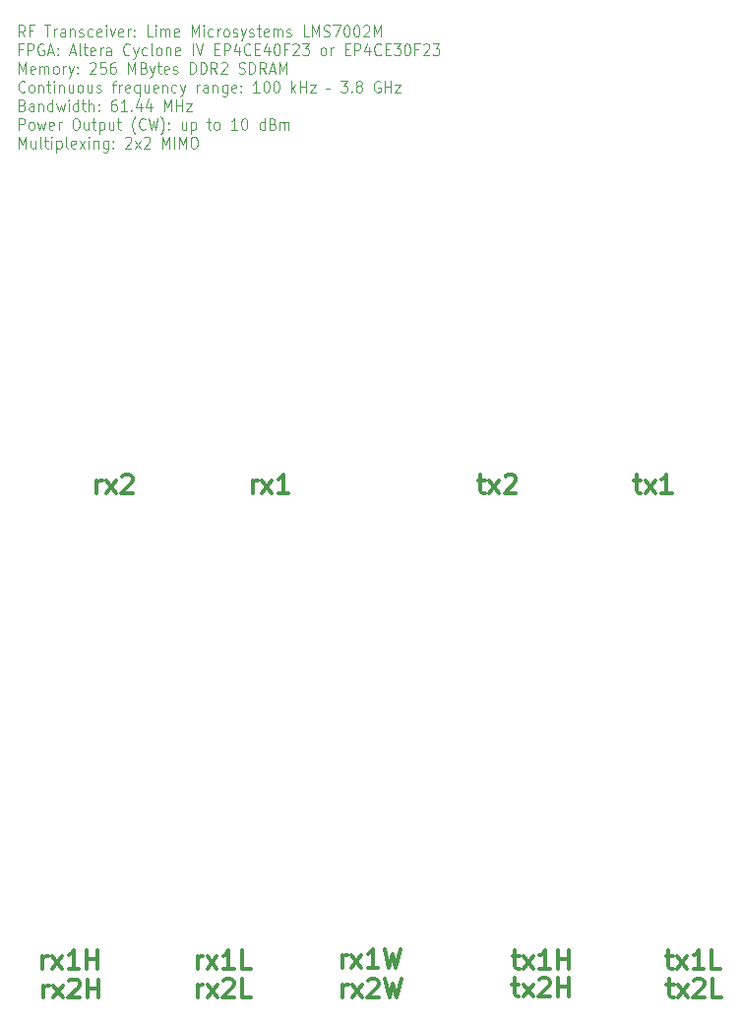
<source format=gto>
%MOIN*%
%OFA0B0*%
%FSLAX46Y46*%
%IPPOS*%
%LPD*%
%ADD10C,0.005905511811023622*%
%ADD11C,0.0039370078740157488*%
%ADD12C,0.027559055118110236*%
%ADD13C,0.053149606299212608*%
%ADD14C,0.11811023622047245*%
%ADD15C,0.01*%
%ADD26C,0.005905511811023622*%
%ADD27C,0.011811023622047244*%
%ADD28C,0.0039370078740157488*%
%ADD29C,0.027559055118110236*%
%ADD30C,0.053149606299212608*%
%ADD31C,0.11811023622047245*%
%ADD32C,0.01*%
%ADD43C,0.005905511811023622*%
%ADD44C,0.011811023622047244*%
%ADD45C,0.0039370078740157488*%
%ADD46C,0.027559055118110236*%
%ADD47C,0.053149606299212608*%
%ADD48C,0.11811023622047245*%
%ADD49C,0.01*%
%LPD*%
G01*
D10*
D11*
X0000285179Y0004006599D02*
X0000273368Y0004025346D01*
X0000264932Y0004006599D02*
X0000264932Y0004045969D01*
X0000278430Y0004045969D01*
X0000281805Y0004044094D01*
X0000283492Y0004042219D01*
X0000285179Y0004038470D01*
X0000285179Y0004032845D01*
X0000283492Y0004029096D01*
X0000281805Y0004027221D01*
X0000278430Y0004025346D01*
X0000264932Y0004025346D01*
X0000312176Y0004027221D02*
X0000300365Y0004027221D01*
X0000300365Y0004006599D02*
X0000300365Y0004045969D01*
X0000317238Y0004045969D01*
X0000352671Y0004045969D02*
X0000372918Y0004045969D01*
X0000362795Y0004006599D02*
X0000362795Y0004045969D01*
X0000384730Y0004006599D02*
X0000384730Y0004032845D01*
X0000384730Y0004025346D02*
X0000386417Y0004029096D01*
X0000388104Y0004030971D01*
X0000391479Y0004032845D01*
X0000394853Y0004032845D01*
X0000421850Y0004006599D02*
X0000421850Y0004027221D01*
X0000420163Y0004030971D01*
X0000416788Y0004032845D01*
X0000410039Y0004032845D01*
X0000406664Y0004030971D01*
X0000421850Y0004008473D02*
X0000418475Y0004006599D01*
X0000410039Y0004006599D01*
X0000406664Y0004008473D01*
X0000404977Y0004012223D01*
X0000404977Y0004015973D01*
X0000406664Y0004019722D01*
X0000410039Y0004021597D01*
X0000418475Y0004021597D01*
X0000421850Y0004023472D01*
X0000438723Y0004032845D02*
X0000438723Y0004006599D01*
X0000438723Y0004029096D02*
X0000440410Y0004030971D01*
X0000443785Y0004032845D01*
X0000448847Y0004032845D01*
X0000452221Y0004030971D01*
X0000453908Y0004027221D01*
X0000453908Y0004006599D01*
X0000469094Y0004008473D02*
X0000472469Y0004006599D01*
X0000479218Y0004006599D01*
X0000482592Y0004008473D01*
X0000484280Y0004012223D01*
X0000484280Y0004014098D01*
X0000482592Y0004017847D01*
X0000479218Y0004019722D01*
X0000474156Y0004019722D01*
X0000470781Y0004021597D01*
X0000469094Y0004025346D01*
X0000469094Y0004027221D01*
X0000470781Y0004030971D01*
X0000474156Y0004032845D01*
X0000479218Y0004032845D01*
X0000482592Y0004030971D01*
X0000514651Y0004008473D02*
X0000511276Y0004006599D01*
X0000504527Y0004006599D01*
X0000501152Y0004008473D01*
X0000499465Y0004010348D01*
X0000497778Y0004014098D01*
X0000497778Y0004025346D01*
X0000499465Y0004029096D01*
X0000501152Y0004030971D01*
X0000504527Y0004032845D01*
X0000511276Y0004032845D01*
X0000514651Y0004030971D01*
X0000543335Y0004008473D02*
X0000539960Y0004006599D01*
X0000533211Y0004006599D01*
X0000529836Y0004008473D01*
X0000528149Y0004012223D01*
X0000528149Y0004027221D01*
X0000529836Y0004030971D01*
X0000533211Y0004032845D01*
X0000539960Y0004032845D01*
X0000543335Y0004030971D01*
X0000545022Y0004027221D01*
X0000545022Y0004023472D01*
X0000528149Y0004019722D01*
X0000560208Y0004006599D02*
X0000560208Y0004032845D01*
X0000560208Y0004045969D02*
X0000558520Y0004044094D01*
X0000560208Y0004042219D01*
X0000561895Y0004044094D01*
X0000560208Y0004045969D01*
X0000560208Y0004042219D01*
X0000573706Y0004032845D02*
X0000582142Y0004006599D01*
X0000590579Y0004032845D01*
X0000617575Y0004008473D02*
X0000614201Y0004006599D01*
X0000607452Y0004006599D01*
X0000604077Y0004008473D01*
X0000602390Y0004012223D01*
X0000602390Y0004027221D01*
X0000604077Y0004030971D01*
X0000607452Y0004032845D01*
X0000614201Y0004032845D01*
X0000617575Y0004030971D01*
X0000619263Y0004027221D01*
X0000619263Y0004023472D01*
X0000602390Y0004019722D01*
X0000634448Y0004006599D02*
X0000634448Y0004032845D01*
X0000634448Y0004025346D02*
X0000636136Y0004029096D01*
X0000637823Y0004030971D01*
X0000641197Y0004032845D01*
X0000644572Y0004032845D01*
X0000656383Y0004010348D02*
X0000658070Y0004008473D01*
X0000656383Y0004006599D01*
X0000654696Y0004008473D01*
X0000656383Y0004010348D01*
X0000656383Y0004006599D01*
X0000656383Y0004030971D02*
X0000658070Y0004029096D01*
X0000656383Y0004027221D01*
X0000654696Y0004029096D01*
X0000656383Y0004030971D01*
X0000656383Y0004027221D01*
X0000717125Y0004006599D02*
X0000700253Y0004006599D01*
X0000700253Y0004045969D01*
X0000728937Y0004006599D02*
X0000728937Y0004032845D01*
X0000728937Y0004045969D02*
X0000727249Y0004044094D01*
X0000728937Y0004042219D01*
X0000730624Y0004044094D01*
X0000728937Y0004045969D01*
X0000728937Y0004042219D01*
X0000745809Y0004006599D02*
X0000745809Y0004032845D01*
X0000745809Y0004029096D02*
X0000747497Y0004030971D01*
X0000750871Y0004032845D01*
X0000755933Y0004032845D01*
X0000759308Y0004030971D01*
X0000760995Y0004027221D01*
X0000760995Y0004006599D01*
X0000760995Y0004027221D02*
X0000762682Y0004030971D01*
X0000766057Y0004032845D01*
X0000771119Y0004032845D01*
X0000774493Y0004030971D01*
X0000776181Y0004027221D01*
X0000776181Y0004006599D01*
X0000806552Y0004008473D02*
X0000803177Y0004006599D01*
X0000796428Y0004006599D01*
X0000793053Y0004008473D01*
X0000791366Y0004012223D01*
X0000791366Y0004027221D01*
X0000793053Y0004030971D01*
X0000796428Y0004032845D01*
X0000803177Y0004032845D01*
X0000806552Y0004030971D01*
X0000808239Y0004027221D01*
X0000808239Y0004023472D01*
X0000791366Y0004019722D01*
X0000850421Y0004006599D02*
X0000850421Y0004045969D01*
X0000862232Y0004017847D01*
X0000874043Y0004045969D01*
X0000874043Y0004006599D01*
X0000890916Y0004006599D02*
X0000890916Y0004032845D01*
X0000890916Y0004045969D02*
X0000889229Y0004044094D01*
X0000890916Y0004042219D01*
X0000892604Y0004044094D01*
X0000890916Y0004045969D01*
X0000890916Y0004042219D01*
X0000922975Y0004008473D02*
X0000919600Y0004006599D01*
X0000912851Y0004006599D01*
X0000909476Y0004008473D01*
X0000907789Y0004010348D01*
X0000906102Y0004014098D01*
X0000906102Y0004025346D01*
X0000907789Y0004029096D01*
X0000909476Y0004030971D01*
X0000912851Y0004032845D01*
X0000919600Y0004032845D01*
X0000922975Y0004030971D01*
X0000938160Y0004006599D02*
X0000938160Y0004032845D01*
X0000938160Y0004025346D02*
X0000939848Y0004029096D01*
X0000941535Y0004030971D01*
X0000944910Y0004032845D01*
X0000948284Y0004032845D01*
X0000965157Y0004006599D02*
X0000961782Y0004008473D01*
X0000960095Y0004010348D01*
X0000958408Y0004014098D01*
X0000958408Y0004025346D01*
X0000960095Y0004029096D01*
X0000961782Y0004030971D01*
X0000965157Y0004032845D01*
X0000970219Y0004032845D01*
X0000973593Y0004030971D01*
X0000975281Y0004029096D01*
X0000976968Y0004025346D01*
X0000976968Y0004014098D01*
X0000975281Y0004010348D01*
X0000973593Y0004008473D01*
X0000970219Y0004006599D01*
X0000965157Y0004006599D01*
X0000990466Y0004008473D02*
X0000993841Y0004006599D01*
X0001000590Y0004006599D01*
X0001003965Y0004008473D01*
X0001005652Y0004012223D01*
X0001005652Y0004014098D01*
X0001003965Y0004017847D01*
X0001000590Y0004019722D01*
X0000995528Y0004019722D01*
X0000992154Y0004021597D01*
X0000990466Y0004025346D01*
X0000990466Y0004027221D01*
X0000992154Y0004030971D01*
X0000995528Y0004032845D01*
X0001000590Y0004032845D01*
X0001003965Y0004030971D01*
X0001017463Y0004032845D02*
X0001025899Y0004006599D01*
X0001034336Y0004032845D02*
X0001025899Y0004006599D01*
X0001022525Y0003997225D01*
X0001020837Y0003995350D01*
X0001017463Y0003993475D01*
X0001046147Y0004008473D02*
X0001049521Y0004006599D01*
X0001056271Y0004006599D01*
X0001059645Y0004008473D01*
X0001061332Y0004012223D01*
X0001061332Y0004014098D01*
X0001059645Y0004017847D01*
X0001056271Y0004019722D01*
X0001051209Y0004019722D01*
X0001047834Y0004021597D01*
X0001046147Y0004025346D01*
X0001046147Y0004027221D01*
X0001047834Y0004030971D01*
X0001051209Y0004032845D01*
X0001056271Y0004032845D01*
X0001059645Y0004030971D01*
X0001071456Y0004032845D02*
X0001084955Y0004032845D01*
X0001076518Y0004045969D02*
X0001076518Y0004012223D01*
X0001078205Y0004008473D01*
X0001081580Y0004006599D01*
X0001084955Y0004006599D01*
X0001110264Y0004008473D02*
X0001106889Y0004006599D01*
X0001100140Y0004006599D01*
X0001096766Y0004008473D01*
X0001095078Y0004012223D01*
X0001095078Y0004027221D01*
X0001096766Y0004030971D01*
X0001100140Y0004032845D01*
X0001106889Y0004032845D01*
X0001110264Y0004030971D01*
X0001111951Y0004027221D01*
X0001111951Y0004023472D01*
X0001095078Y0004019722D01*
X0001127137Y0004006599D02*
X0001127137Y0004032845D01*
X0001127137Y0004029096D02*
X0001128824Y0004030971D01*
X0001132199Y0004032845D01*
X0001137260Y0004032845D01*
X0001140635Y0004030971D01*
X0001142322Y0004027221D01*
X0001142322Y0004006599D01*
X0001142322Y0004027221D02*
X0001144010Y0004030971D01*
X0001147384Y0004032845D01*
X0001152446Y0004032845D01*
X0001155821Y0004030971D01*
X0001157508Y0004027221D01*
X0001157508Y0004006599D01*
X0001172694Y0004008473D02*
X0001176068Y0004006599D01*
X0001182817Y0004006599D01*
X0001186192Y0004008473D01*
X0001187879Y0004012223D01*
X0001187879Y0004014098D01*
X0001186192Y0004017847D01*
X0001182817Y0004019722D01*
X0001177755Y0004019722D01*
X0001174381Y0004021597D01*
X0001172694Y0004025346D01*
X0001172694Y0004027221D01*
X0001174381Y0004030971D01*
X0001177755Y0004032845D01*
X0001182817Y0004032845D01*
X0001186192Y0004030971D01*
X0001246934Y0004006599D02*
X0001230061Y0004006599D01*
X0001230061Y0004045969D01*
X0001258745Y0004006599D02*
X0001258745Y0004045969D01*
X0001270556Y0004017847D01*
X0001282367Y0004045969D01*
X0001282367Y0004006599D01*
X0001297553Y0004008473D02*
X0001302615Y0004006599D01*
X0001311051Y0004006599D01*
X0001314426Y0004008473D01*
X0001316113Y0004010348D01*
X0001317800Y0004014098D01*
X0001317800Y0004017847D01*
X0001316113Y0004021597D01*
X0001314426Y0004023472D01*
X0001311051Y0004025346D01*
X0001304302Y0004027221D01*
X0001300927Y0004029096D01*
X0001299240Y0004030971D01*
X0001297553Y0004034720D01*
X0001297553Y0004038470D01*
X0001299240Y0004042219D01*
X0001300927Y0004044094D01*
X0001304302Y0004045969D01*
X0001312738Y0004045969D01*
X0001317800Y0004044094D01*
X0001329611Y0004045969D02*
X0001353233Y0004045969D01*
X0001338048Y0004006599D01*
X0001373481Y0004045969D02*
X0001376855Y0004045969D01*
X0001380230Y0004044094D01*
X0001381917Y0004042219D01*
X0001383605Y0004038470D01*
X0001385292Y0004030971D01*
X0001385292Y0004021597D01*
X0001383605Y0004014098D01*
X0001381917Y0004010348D01*
X0001380230Y0004008473D01*
X0001376855Y0004006599D01*
X0001373481Y0004006599D01*
X0001370106Y0004008473D01*
X0001368419Y0004010348D01*
X0001366732Y0004014098D01*
X0001365044Y0004021597D01*
X0001365044Y0004030971D01*
X0001366732Y0004038470D01*
X0001368419Y0004042219D01*
X0001370106Y0004044094D01*
X0001373481Y0004045969D01*
X0001407227Y0004045969D02*
X0001410601Y0004045969D01*
X0001413976Y0004044094D01*
X0001415663Y0004042219D01*
X0001417350Y0004038470D01*
X0001419038Y0004030971D01*
X0001419038Y0004021597D01*
X0001417350Y0004014098D01*
X0001415663Y0004010348D01*
X0001413976Y0004008473D01*
X0001410601Y0004006599D01*
X0001407227Y0004006599D01*
X0001403852Y0004008473D01*
X0001402165Y0004010348D01*
X0001400478Y0004014098D01*
X0001398790Y0004021597D01*
X0001398790Y0004030971D01*
X0001400478Y0004038470D01*
X0001402165Y0004042219D01*
X0001403852Y0004044094D01*
X0001407227Y0004045969D01*
X0001432536Y0004042219D02*
X0001434223Y0004044094D01*
X0001437598Y0004045969D01*
X0001446034Y0004045969D01*
X0001449409Y0004044094D01*
X0001451096Y0004042219D01*
X0001452784Y0004038470D01*
X0001452784Y0004034720D01*
X0001451096Y0004029096D01*
X0001430849Y0004006599D01*
X0001452784Y0004006599D01*
X0001467969Y0004006599D02*
X0001467969Y0004045969D01*
X0001479780Y0004017847D01*
X0001491591Y0004045969D01*
X0001491591Y0004006599D01*
X0000276743Y0003964229D02*
X0000264932Y0003964229D01*
X0000264932Y0003943607D02*
X0000264932Y0003982977D01*
X0000281805Y0003982977D01*
X0000295303Y0003943607D02*
X0000295303Y0003982977D01*
X0000308802Y0003982977D01*
X0000312176Y0003981102D01*
X0000313863Y0003979227D01*
X0000315551Y0003975478D01*
X0000315551Y0003969853D01*
X0000313863Y0003966104D01*
X0000312176Y0003964229D01*
X0000308802Y0003962354D01*
X0000295303Y0003962354D01*
X0000349296Y0003981102D02*
X0000345922Y0003982977D01*
X0000340860Y0003982977D01*
X0000335798Y0003981102D01*
X0000332424Y0003977352D01*
X0000330736Y0003973603D01*
X0000329049Y0003966104D01*
X0000329049Y0003960479D01*
X0000330736Y0003952980D01*
X0000332424Y0003949231D01*
X0000335798Y0003945481D01*
X0000340860Y0003943607D01*
X0000344235Y0003943607D01*
X0000349296Y0003945481D01*
X0000350984Y0003947356D01*
X0000350984Y0003960479D01*
X0000344235Y0003960479D01*
X0000364482Y0003954855D02*
X0000381355Y0003954855D01*
X0000361107Y0003943607D02*
X0000372918Y0003982977D01*
X0000384730Y0003943607D01*
X0000396541Y0003947356D02*
X0000398228Y0003945481D01*
X0000396541Y0003943607D01*
X0000394853Y0003945481D01*
X0000396541Y0003947356D01*
X0000396541Y0003943607D01*
X0000396541Y0003967979D02*
X0000398228Y0003966104D01*
X0000396541Y0003964229D01*
X0000394853Y0003966104D01*
X0000396541Y0003967979D01*
X0000396541Y0003964229D01*
X0000438723Y0003954855D02*
X0000455596Y0003954855D01*
X0000435348Y0003943607D02*
X0000447159Y0003982977D01*
X0000458970Y0003943607D01*
X0000475843Y0003943607D02*
X0000472469Y0003945481D01*
X0000470781Y0003949231D01*
X0000470781Y0003982977D01*
X0000484280Y0003969853D02*
X0000497778Y0003969853D01*
X0000489341Y0003982977D02*
X0000489341Y0003949231D01*
X0000491029Y0003945481D01*
X0000494403Y0003943607D01*
X0000497778Y0003943607D01*
X0000523087Y0003945481D02*
X0000519713Y0003943607D01*
X0000512963Y0003943607D01*
X0000509589Y0003945481D01*
X0000507902Y0003949231D01*
X0000507902Y0003964229D01*
X0000509589Y0003967979D01*
X0000512963Y0003969853D01*
X0000519713Y0003969853D01*
X0000523087Y0003967979D01*
X0000524775Y0003964229D01*
X0000524775Y0003960479D01*
X0000507902Y0003956730D01*
X0000539960Y0003943607D02*
X0000539960Y0003969853D01*
X0000539960Y0003962354D02*
X0000541647Y0003966104D01*
X0000543335Y0003967979D01*
X0000546709Y0003969853D01*
X0000550084Y0003969853D01*
X0000577080Y0003943607D02*
X0000577080Y0003964229D01*
X0000575393Y0003967979D01*
X0000572019Y0003969853D01*
X0000565269Y0003969853D01*
X0000561895Y0003967979D01*
X0000577080Y0003945481D02*
X0000573706Y0003943607D01*
X0000565269Y0003943607D01*
X0000561895Y0003945481D01*
X0000560208Y0003949231D01*
X0000560208Y0003952980D01*
X0000561895Y0003956730D01*
X0000565269Y0003958605D01*
X0000573706Y0003958605D01*
X0000577080Y0003960479D01*
X0000641197Y0003947356D02*
X0000639510Y0003945481D01*
X0000634448Y0003943607D01*
X0000631074Y0003943607D01*
X0000626012Y0003945481D01*
X0000622637Y0003949231D01*
X0000620950Y0003952980D01*
X0000619263Y0003960479D01*
X0000619263Y0003966104D01*
X0000620950Y0003973603D01*
X0000622637Y0003977352D01*
X0000626012Y0003981102D01*
X0000631074Y0003982977D01*
X0000634448Y0003982977D01*
X0000639510Y0003981102D01*
X0000641197Y0003979227D01*
X0000653008Y0003969853D02*
X0000661445Y0003943607D01*
X0000669881Y0003969853D02*
X0000661445Y0003943607D01*
X0000658070Y0003934233D01*
X0000656383Y0003932358D01*
X0000653008Y0003930483D01*
X0000698565Y0003945481D02*
X0000695191Y0003943607D01*
X0000688442Y0003943607D01*
X0000685067Y0003945481D01*
X0000683380Y0003947356D01*
X0000681692Y0003951106D01*
X0000681692Y0003962354D01*
X0000683380Y0003966104D01*
X0000685067Y0003967979D01*
X0000688442Y0003969853D01*
X0000695191Y0003969853D01*
X0000698565Y0003967979D01*
X0000718813Y0003943607D02*
X0000715438Y0003945481D01*
X0000713751Y0003949231D01*
X0000713751Y0003982977D01*
X0000737373Y0003943607D02*
X0000733998Y0003945481D01*
X0000732311Y0003947356D01*
X0000730624Y0003951106D01*
X0000730624Y0003962354D01*
X0000732311Y0003966104D01*
X0000733998Y0003967979D01*
X0000737373Y0003969853D01*
X0000742435Y0003969853D01*
X0000745809Y0003967979D01*
X0000747497Y0003966104D01*
X0000749184Y0003962354D01*
X0000749184Y0003951106D01*
X0000747497Y0003947356D01*
X0000745809Y0003945481D01*
X0000742435Y0003943607D01*
X0000737373Y0003943607D01*
X0000764370Y0003969853D02*
X0000764370Y0003943607D01*
X0000764370Y0003966104D02*
X0000766057Y0003967979D01*
X0000769431Y0003969853D01*
X0000774493Y0003969853D01*
X0000777868Y0003967979D01*
X0000779555Y0003964229D01*
X0000779555Y0003943607D01*
X0000809926Y0003945481D02*
X0000806552Y0003943607D01*
X0000799803Y0003943607D01*
X0000796428Y0003945481D01*
X0000794741Y0003949231D01*
X0000794741Y0003964229D01*
X0000796428Y0003967979D01*
X0000799803Y0003969853D01*
X0000806552Y0003969853D01*
X0000809926Y0003967979D01*
X0000811614Y0003964229D01*
X0000811614Y0003960479D01*
X0000794741Y0003956730D01*
X0000853796Y0003943607D02*
X0000853796Y0003982977D01*
X0000865607Y0003982977D02*
X0000877418Y0003943607D01*
X0000889229Y0003982977D01*
X0000928037Y0003964229D02*
X0000939848Y0003964229D01*
X0000944910Y0003943607D02*
X0000928037Y0003943607D01*
X0000928037Y0003982977D01*
X0000944910Y0003982977D01*
X0000960095Y0003943607D02*
X0000960095Y0003982977D01*
X0000973593Y0003982977D01*
X0000976968Y0003981102D01*
X0000978655Y0003979227D01*
X0000980343Y0003975478D01*
X0000980343Y0003969853D01*
X0000978655Y0003966104D01*
X0000976968Y0003964229D01*
X0000973593Y0003962354D01*
X0000960095Y0003962354D01*
X0001010714Y0003969853D02*
X0001010714Y0003943607D01*
X0001002277Y0003984851D02*
X0000993841Y0003956730D01*
X0001015776Y0003956730D01*
X0001049521Y0003947356D02*
X0001047834Y0003945481D01*
X0001042772Y0003943607D01*
X0001039398Y0003943607D01*
X0001034336Y0003945481D01*
X0001030961Y0003949231D01*
X0001029274Y0003952980D01*
X0001027587Y0003960479D01*
X0001027587Y0003966104D01*
X0001029274Y0003973603D01*
X0001030961Y0003977352D01*
X0001034336Y0003981102D01*
X0001039398Y0003982977D01*
X0001042772Y0003982977D01*
X0001047834Y0003981102D01*
X0001049521Y0003979227D01*
X0001064707Y0003964229D02*
X0001076518Y0003964229D01*
X0001081580Y0003943607D02*
X0001064707Y0003943607D01*
X0001064707Y0003982977D01*
X0001081580Y0003982977D01*
X0001111951Y0003969853D02*
X0001111951Y0003943607D01*
X0001103515Y0003984851D02*
X0001095078Y0003956730D01*
X0001117013Y0003956730D01*
X0001137260Y0003982977D02*
X0001140635Y0003982977D01*
X0001144010Y0003981102D01*
X0001145697Y0003979227D01*
X0001147384Y0003975478D01*
X0001149071Y0003967979D01*
X0001149071Y0003958605D01*
X0001147384Y0003951106D01*
X0001145697Y0003947356D01*
X0001144010Y0003945481D01*
X0001140635Y0003943607D01*
X0001137260Y0003943607D01*
X0001133886Y0003945481D01*
X0001132199Y0003947356D01*
X0001130511Y0003951106D01*
X0001128824Y0003958605D01*
X0001128824Y0003967979D01*
X0001130511Y0003975478D01*
X0001132199Y0003979227D01*
X0001133886Y0003981102D01*
X0001137260Y0003982977D01*
X0001176068Y0003964229D02*
X0001164257Y0003964229D01*
X0001164257Y0003943607D02*
X0001164257Y0003982977D01*
X0001181130Y0003982977D01*
X0001192941Y0003979227D02*
X0001194628Y0003981102D01*
X0001198003Y0003982977D01*
X0001206439Y0003982977D01*
X0001209814Y0003981102D01*
X0001211501Y0003979227D01*
X0001213188Y0003975478D01*
X0001213188Y0003971728D01*
X0001211501Y0003966104D01*
X0001191254Y0003943607D01*
X0001213188Y0003943607D01*
X0001225000Y0003982977D02*
X0001246934Y0003982977D01*
X0001235123Y0003967979D01*
X0001240185Y0003967979D01*
X0001243560Y0003966104D01*
X0001245247Y0003964229D01*
X0001246934Y0003960479D01*
X0001246934Y0003951106D01*
X0001245247Y0003947356D01*
X0001243560Y0003945481D01*
X0001240185Y0003943607D01*
X0001230061Y0003943607D01*
X0001226687Y0003945481D01*
X0001225000Y0003947356D01*
X0001294178Y0003943607D02*
X0001290804Y0003945481D01*
X0001289116Y0003947356D01*
X0001287429Y0003951106D01*
X0001287429Y0003962354D01*
X0001289116Y0003966104D01*
X0001290804Y0003967979D01*
X0001294178Y0003969853D01*
X0001299240Y0003969853D01*
X0001302615Y0003967979D01*
X0001304302Y0003966104D01*
X0001305989Y0003962354D01*
X0001305989Y0003951106D01*
X0001304302Y0003947356D01*
X0001302615Y0003945481D01*
X0001299240Y0003943607D01*
X0001294178Y0003943607D01*
X0001321175Y0003943607D02*
X0001321175Y0003969853D01*
X0001321175Y0003962354D02*
X0001322862Y0003966104D01*
X0001324550Y0003967979D01*
X0001327924Y0003969853D01*
X0001331299Y0003969853D01*
X0001370106Y0003964229D02*
X0001381917Y0003964229D01*
X0001386979Y0003943607D02*
X0001370106Y0003943607D01*
X0001370106Y0003982977D01*
X0001386979Y0003982977D01*
X0001402165Y0003943607D02*
X0001402165Y0003982977D01*
X0001415663Y0003982977D01*
X0001419038Y0003981102D01*
X0001420725Y0003979227D01*
X0001422412Y0003975478D01*
X0001422412Y0003969853D01*
X0001420725Y0003966104D01*
X0001419038Y0003964229D01*
X0001415663Y0003962354D01*
X0001402165Y0003962354D01*
X0001452784Y0003969853D02*
X0001452784Y0003943607D01*
X0001444347Y0003984851D02*
X0001435911Y0003956730D01*
X0001457845Y0003956730D01*
X0001491591Y0003947356D02*
X0001489904Y0003945481D01*
X0001484842Y0003943607D01*
X0001481467Y0003943607D01*
X0001476406Y0003945481D01*
X0001473031Y0003949231D01*
X0001471344Y0003952980D01*
X0001469656Y0003960479D01*
X0001469656Y0003966104D01*
X0001471344Y0003973603D01*
X0001473031Y0003977352D01*
X0001476406Y0003981102D01*
X0001481467Y0003982977D01*
X0001484842Y0003982977D01*
X0001489904Y0003981102D01*
X0001491591Y0003979227D01*
X0001506777Y0003964229D02*
X0001518588Y0003964229D01*
X0001523650Y0003943607D02*
X0001506777Y0003943607D01*
X0001506777Y0003982977D01*
X0001523650Y0003982977D01*
X0001535461Y0003982977D02*
X0001557395Y0003982977D01*
X0001545584Y0003967979D01*
X0001550646Y0003967979D01*
X0001554021Y0003966104D01*
X0001555708Y0003964229D01*
X0001557395Y0003960479D01*
X0001557395Y0003951106D01*
X0001555708Y0003947356D01*
X0001554021Y0003945481D01*
X0001550646Y0003943607D01*
X0001540523Y0003943607D01*
X0001537148Y0003945481D01*
X0001535461Y0003947356D01*
X0001579330Y0003982977D02*
X0001582705Y0003982977D01*
X0001586079Y0003981102D01*
X0001587767Y0003979227D01*
X0001589454Y0003975478D01*
X0001591141Y0003967979D01*
X0001591141Y0003958605D01*
X0001589454Y0003951106D01*
X0001587767Y0003947356D01*
X0001586079Y0003945481D01*
X0001582705Y0003943607D01*
X0001579330Y0003943607D01*
X0001575956Y0003945481D01*
X0001574268Y0003947356D01*
X0001572581Y0003951106D01*
X0001570894Y0003958605D01*
X0001570894Y0003967979D01*
X0001572581Y0003975478D01*
X0001574268Y0003979227D01*
X0001575956Y0003981102D01*
X0001579330Y0003982977D01*
X0001618138Y0003964229D02*
X0001606327Y0003964229D01*
X0001606327Y0003943607D02*
X0001606327Y0003982977D01*
X0001623200Y0003982977D01*
X0001635011Y0003979227D02*
X0001636698Y0003981102D01*
X0001640073Y0003982977D01*
X0001648509Y0003982977D01*
X0001651884Y0003981102D01*
X0001653571Y0003979227D01*
X0001655258Y0003975478D01*
X0001655258Y0003971728D01*
X0001653571Y0003966104D01*
X0001633323Y0003943607D01*
X0001655258Y0003943607D01*
X0001667069Y0003982977D02*
X0001689004Y0003982977D01*
X0001677193Y0003967979D01*
X0001682255Y0003967979D01*
X0001685629Y0003966104D01*
X0001687317Y0003964229D01*
X0001689004Y0003960479D01*
X0001689004Y0003951106D01*
X0001687317Y0003947356D01*
X0001685629Y0003945481D01*
X0001682255Y0003943607D01*
X0001672131Y0003943607D01*
X0001668757Y0003945481D01*
X0001667069Y0003947356D01*
X0000264932Y0003880614D02*
X0000264932Y0003919985D01*
X0000276743Y0003891863D01*
X0000288554Y0003919985D01*
X0000288554Y0003880614D01*
X0000318925Y0003882489D02*
X0000315551Y0003880614D01*
X0000308802Y0003880614D01*
X0000305427Y0003882489D01*
X0000303740Y0003886239D01*
X0000303740Y0003901237D01*
X0000305427Y0003904986D01*
X0000308802Y0003906861D01*
X0000315551Y0003906861D01*
X0000318925Y0003904986D01*
X0000320613Y0003901237D01*
X0000320613Y0003897487D01*
X0000303740Y0003893738D01*
X0000335798Y0003880614D02*
X0000335798Y0003906861D01*
X0000335798Y0003903112D02*
X0000337485Y0003904986D01*
X0000340860Y0003906861D01*
X0000345922Y0003906861D01*
X0000349296Y0003904986D01*
X0000350984Y0003901237D01*
X0000350984Y0003880614D01*
X0000350984Y0003901237D02*
X0000352671Y0003904986D01*
X0000356046Y0003906861D01*
X0000361107Y0003906861D01*
X0000364482Y0003904986D01*
X0000366169Y0003901237D01*
X0000366169Y0003880614D01*
X0000388104Y0003880614D02*
X0000384730Y0003882489D01*
X0000383042Y0003884364D01*
X0000381355Y0003888114D01*
X0000381355Y0003899362D01*
X0000383042Y0003903112D01*
X0000384730Y0003904986D01*
X0000388104Y0003906861D01*
X0000393166Y0003906861D01*
X0000396541Y0003904986D01*
X0000398228Y0003903112D01*
X0000399915Y0003899362D01*
X0000399915Y0003888114D01*
X0000398228Y0003884364D01*
X0000396541Y0003882489D01*
X0000393166Y0003880614D01*
X0000388104Y0003880614D01*
X0000415101Y0003880614D02*
X0000415101Y0003906861D01*
X0000415101Y0003899362D02*
X0000416788Y0003903112D01*
X0000418475Y0003904986D01*
X0000421850Y0003906861D01*
X0000425224Y0003906861D01*
X0000433661Y0003906861D02*
X0000442097Y0003880614D01*
X0000450534Y0003906861D02*
X0000442097Y0003880614D01*
X0000438723Y0003871241D01*
X0000437035Y0003869366D01*
X0000433661Y0003867491D01*
X0000464032Y0003884364D02*
X0000465719Y0003882489D01*
X0000464032Y0003880614D01*
X0000462345Y0003882489D01*
X0000464032Y0003884364D01*
X0000464032Y0003880614D01*
X0000464032Y0003904986D02*
X0000465719Y0003903112D01*
X0000464032Y0003901237D01*
X0000462345Y0003903112D01*
X0000464032Y0003904986D01*
X0000464032Y0003901237D01*
X0000506214Y0003916235D02*
X0000507902Y0003918110D01*
X0000511276Y0003919985D01*
X0000519713Y0003919985D01*
X0000523087Y0003918110D01*
X0000524775Y0003916235D01*
X0000526462Y0003912485D01*
X0000526462Y0003908736D01*
X0000524775Y0003903112D01*
X0000504527Y0003880614D01*
X0000526462Y0003880614D01*
X0000558520Y0003919985D02*
X0000541647Y0003919985D01*
X0000539960Y0003901237D01*
X0000541647Y0003903112D01*
X0000545022Y0003904986D01*
X0000553458Y0003904986D01*
X0000556833Y0003903112D01*
X0000558520Y0003901237D01*
X0000560208Y0003897487D01*
X0000560208Y0003888114D01*
X0000558520Y0003884364D01*
X0000556833Y0003882489D01*
X0000553458Y0003880614D01*
X0000545022Y0003880614D01*
X0000541647Y0003882489D01*
X0000539960Y0003884364D01*
X0000590579Y0003919985D02*
X0000583830Y0003919985D01*
X0000580455Y0003918110D01*
X0000578768Y0003916235D01*
X0000575393Y0003910611D01*
X0000573706Y0003903112D01*
X0000573706Y0003888114D01*
X0000575393Y0003884364D01*
X0000577080Y0003882489D01*
X0000580455Y0003880614D01*
X0000587204Y0003880614D01*
X0000590579Y0003882489D01*
X0000592266Y0003884364D01*
X0000593953Y0003888114D01*
X0000593953Y0003897487D01*
X0000592266Y0003901237D01*
X0000590579Y0003903112D01*
X0000587204Y0003904986D01*
X0000580455Y0003904986D01*
X0000577080Y0003903112D01*
X0000575393Y0003901237D01*
X0000573706Y0003897487D01*
X0000636136Y0003880614D02*
X0000636136Y0003919985D01*
X0000647947Y0003891863D01*
X0000659758Y0003919985D01*
X0000659758Y0003880614D01*
X0000688442Y0003901237D02*
X0000693503Y0003899362D01*
X0000695191Y0003897487D01*
X0000696878Y0003893738D01*
X0000696878Y0003888114D01*
X0000695191Y0003884364D01*
X0000693503Y0003882489D01*
X0000690129Y0003880614D01*
X0000676631Y0003880614D01*
X0000676631Y0003919985D01*
X0000688442Y0003919985D01*
X0000691816Y0003918110D01*
X0000693503Y0003916235D01*
X0000695191Y0003912485D01*
X0000695191Y0003908736D01*
X0000693503Y0003904986D01*
X0000691816Y0003903112D01*
X0000688442Y0003901237D01*
X0000676631Y0003901237D01*
X0000708689Y0003906861D02*
X0000717125Y0003880614D01*
X0000725562Y0003906861D02*
X0000717125Y0003880614D01*
X0000713751Y0003871241D01*
X0000712064Y0003869366D01*
X0000708689Y0003867491D01*
X0000733998Y0003906861D02*
X0000747497Y0003906861D01*
X0000739060Y0003919985D02*
X0000739060Y0003886239D01*
X0000740748Y0003882489D01*
X0000744122Y0003880614D01*
X0000747497Y0003880614D01*
X0000772806Y0003882489D02*
X0000769431Y0003880614D01*
X0000762682Y0003880614D01*
X0000759308Y0003882489D01*
X0000757620Y0003886239D01*
X0000757620Y0003901237D01*
X0000759308Y0003904986D01*
X0000762682Y0003906861D01*
X0000769431Y0003906861D01*
X0000772806Y0003904986D01*
X0000774493Y0003901237D01*
X0000774493Y0003897487D01*
X0000757620Y0003893738D01*
X0000787992Y0003882489D02*
X0000791366Y0003880614D01*
X0000798115Y0003880614D01*
X0000801490Y0003882489D01*
X0000803177Y0003886239D01*
X0000803177Y0003888114D01*
X0000801490Y0003891863D01*
X0000798115Y0003893738D01*
X0000793053Y0003893738D01*
X0000789679Y0003895613D01*
X0000787992Y0003899362D01*
X0000787992Y0003901237D01*
X0000789679Y0003904986D01*
X0000793053Y0003906861D01*
X0000798115Y0003906861D01*
X0000801490Y0003904986D01*
X0000845359Y0003880614D02*
X0000845359Y0003919985D01*
X0000853796Y0003919985D01*
X0000858858Y0003918110D01*
X0000862232Y0003914360D01*
X0000863920Y0003910611D01*
X0000865607Y0003903112D01*
X0000865607Y0003897487D01*
X0000863920Y0003889988D01*
X0000862232Y0003886239D01*
X0000858858Y0003882489D01*
X0000853796Y0003880614D01*
X0000845359Y0003880614D01*
X0000880792Y0003880614D02*
X0000880792Y0003919985D01*
X0000889229Y0003919985D01*
X0000894291Y0003918110D01*
X0000897665Y0003914360D01*
X0000899353Y0003910611D01*
X0000901040Y0003903112D01*
X0000901040Y0003897487D01*
X0000899353Y0003889988D01*
X0000897665Y0003886239D01*
X0000894291Y0003882489D01*
X0000889229Y0003880614D01*
X0000880792Y0003880614D01*
X0000936473Y0003880614D02*
X0000924662Y0003899362D01*
X0000916226Y0003880614D02*
X0000916226Y0003919985D01*
X0000929724Y0003919985D01*
X0000933098Y0003918110D01*
X0000934786Y0003916235D01*
X0000936473Y0003912485D01*
X0000936473Y0003906861D01*
X0000934786Y0003903112D01*
X0000933098Y0003901237D01*
X0000929724Y0003899362D01*
X0000916226Y0003899362D01*
X0000949971Y0003916235D02*
X0000951659Y0003918110D01*
X0000955033Y0003919985D01*
X0000963470Y0003919985D01*
X0000966844Y0003918110D01*
X0000968532Y0003916235D01*
X0000970219Y0003912485D01*
X0000970219Y0003908736D01*
X0000968532Y0003903112D01*
X0000948284Y0003880614D01*
X0000970219Y0003880614D01*
X0001010714Y0003882489D02*
X0001015776Y0003880614D01*
X0001024212Y0003880614D01*
X0001027587Y0003882489D01*
X0001029274Y0003884364D01*
X0001030961Y0003888114D01*
X0001030961Y0003891863D01*
X0001029274Y0003895613D01*
X0001027587Y0003897487D01*
X0001024212Y0003899362D01*
X0001017463Y0003901237D01*
X0001014088Y0003903112D01*
X0001012401Y0003904986D01*
X0001010714Y0003908736D01*
X0001010714Y0003912485D01*
X0001012401Y0003916235D01*
X0001014088Y0003918110D01*
X0001017463Y0003919985D01*
X0001025899Y0003919985D01*
X0001030961Y0003918110D01*
X0001046147Y0003880614D02*
X0001046147Y0003919985D01*
X0001054583Y0003919985D01*
X0001059645Y0003918110D01*
X0001063020Y0003914360D01*
X0001064707Y0003910611D01*
X0001066394Y0003903112D01*
X0001066394Y0003897487D01*
X0001064707Y0003889988D01*
X0001063020Y0003886239D01*
X0001059645Y0003882489D01*
X0001054583Y0003880614D01*
X0001046147Y0003880614D01*
X0001101827Y0003880614D02*
X0001090016Y0003899362D01*
X0001081580Y0003880614D02*
X0001081580Y0003919985D01*
X0001095078Y0003919985D01*
X0001098453Y0003918110D01*
X0001100140Y0003916235D01*
X0001101827Y0003912485D01*
X0001101827Y0003906861D01*
X0001100140Y0003903112D01*
X0001098453Y0003901237D01*
X0001095078Y0003899362D01*
X0001081580Y0003899362D01*
X0001115326Y0003891863D02*
X0001132199Y0003891863D01*
X0001111951Y0003880614D02*
X0001123762Y0003919985D01*
X0001135573Y0003880614D01*
X0001147384Y0003880614D02*
X0001147384Y0003919985D01*
X0001159195Y0003891863D01*
X0001171006Y0003919985D01*
X0001171006Y0003880614D01*
X0000285179Y0003821372D02*
X0000283492Y0003819497D01*
X0000278430Y0003817622D01*
X0000275056Y0003817622D01*
X0000269994Y0003819497D01*
X0000266619Y0003823247D01*
X0000264932Y0003826996D01*
X0000263245Y0003834495D01*
X0000263245Y0003840119D01*
X0000264932Y0003847619D01*
X0000266619Y0003851368D01*
X0000269994Y0003855118D01*
X0000275056Y0003856992D01*
X0000278430Y0003856992D01*
X0000283492Y0003855118D01*
X0000285179Y0003853243D01*
X0000305427Y0003817622D02*
X0000302052Y0003819497D01*
X0000300365Y0003821372D01*
X0000298678Y0003825121D01*
X0000298678Y0003836370D01*
X0000300365Y0003840119D01*
X0000302052Y0003841994D01*
X0000305427Y0003843869D01*
X0000310489Y0003843869D01*
X0000313863Y0003841994D01*
X0000315551Y0003840119D01*
X0000317238Y0003836370D01*
X0000317238Y0003825121D01*
X0000315551Y0003821372D01*
X0000313863Y0003819497D01*
X0000310489Y0003817622D01*
X0000305427Y0003817622D01*
X0000332424Y0003843869D02*
X0000332424Y0003817622D01*
X0000332424Y0003840119D02*
X0000334111Y0003841994D01*
X0000337485Y0003843869D01*
X0000342547Y0003843869D01*
X0000345922Y0003841994D01*
X0000347609Y0003838245D01*
X0000347609Y0003817622D01*
X0000359420Y0003843869D02*
X0000372918Y0003843869D01*
X0000364482Y0003856992D02*
X0000364482Y0003823247D01*
X0000366169Y0003819497D01*
X0000369544Y0003817622D01*
X0000372918Y0003817622D01*
X0000384730Y0003817622D02*
X0000384730Y0003843869D01*
X0000384730Y0003856992D02*
X0000383042Y0003855118D01*
X0000384730Y0003853243D01*
X0000386417Y0003855118D01*
X0000384730Y0003856992D01*
X0000384730Y0003853243D01*
X0000401602Y0003843869D02*
X0000401602Y0003817622D01*
X0000401602Y0003840119D02*
X0000403290Y0003841994D01*
X0000406664Y0003843869D01*
X0000411726Y0003843869D01*
X0000415101Y0003841994D01*
X0000416788Y0003838245D01*
X0000416788Y0003817622D01*
X0000448847Y0003843869D02*
X0000448847Y0003817622D01*
X0000433661Y0003843869D02*
X0000433661Y0003823247D01*
X0000435348Y0003819497D01*
X0000438723Y0003817622D01*
X0000443785Y0003817622D01*
X0000447159Y0003819497D01*
X0000448847Y0003821372D01*
X0000470781Y0003817622D02*
X0000467407Y0003819497D01*
X0000465719Y0003821372D01*
X0000464032Y0003825121D01*
X0000464032Y0003836370D01*
X0000465719Y0003840119D01*
X0000467407Y0003841994D01*
X0000470781Y0003843869D01*
X0000475843Y0003843869D01*
X0000479218Y0003841994D01*
X0000480905Y0003840119D01*
X0000482592Y0003836370D01*
X0000482592Y0003825121D01*
X0000480905Y0003821372D01*
X0000479218Y0003819497D01*
X0000475843Y0003817622D01*
X0000470781Y0003817622D01*
X0000512963Y0003843869D02*
X0000512963Y0003817622D01*
X0000497778Y0003843869D02*
X0000497778Y0003823247D01*
X0000499465Y0003819497D01*
X0000502840Y0003817622D01*
X0000507902Y0003817622D01*
X0000511276Y0003819497D01*
X0000512963Y0003821372D01*
X0000528149Y0003819497D02*
X0000531524Y0003817622D01*
X0000538273Y0003817622D01*
X0000541647Y0003819497D01*
X0000543335Y0003823247D01*
X0000543335Y0003825121D01*
X0000541647Y0003828871D01*
X0000538273Y0003830746D01*
X0000533211Y0003830746D01*
X0000529836Y0003832620D01*
X0000528149Y0003836370D01*
X0000528149Y0003838245D01*
X0000529836Y0003841994D01*
X0000533211Y0003843869D01*
X0000538273Y0003843869D01*
X0000541647Y0003841994D01*
X0000580455Y0003843869D02*
X0000593953Y0003843869D01*
X0000585517Y0003817622D02*
X0000585517Y0003851368D01*
X0000587204Y0003855118D01*
X0000590579Y0003856992D01*
X0000593953Y0003856992D01*
X0000605764Y0003817622D02*
X0000605764Y0003843869D01*
X0000605764Y0003836370D02*
X0000607452Y0003840119D01*
X0000609139Y0003841994D01*
X0000612514Y0003843869D01*
X0000615888Y0003843869D01*
X0000641197Y0003819497D02*
X0000637823Y0003817622D01*
X0000631074Y0003817622D01*
X0000627699Y0003819497D01*
X0000626012Y0003823247D01*
X0000626012Y0003838245D01*
X0000627699Y0003841994D01*
X0000631074Y0003843869D01*
X0000637823Y0003843869D01*
X0000641197Y0003841994D01*
X0000642885Y0003838245D01*
X0000642885Y0003834495D01*
X0000626012Y0003830746D01*
X0000673256Y0003843869D02*
X0000673256Y0003804499D01*
X0000673256Y0003819497D02*
X0000669881Y0003817622D01*
X0000663132Y0003817622D01*
X0000659758Y0003819497D01*
X0000658070Y0003821372D01*
X0000656383Y0003825121D01*
X0000656383Y0003836370D01*
X0000658070Y0003840119D01*
X0000659758Y0003841994D01*
X0000663132Y0003843869D01*
X0000669881Y0003843869D01*
X0000673256Y0003841994D01*
X0000705314Y0003843869D02*
X0000705314Y0003817622D01*
X0000690129Y0003843869D02*
X0000690129Y0003823247D01*
X0000691816Y0003819497D01*
X0000695191Y0003817622D01*
X0000700253Y0003817622D01*
X0000703627Y0003819497D01*
X0000705314Y0003821372D01*
X0000735686Y0003819497D02*
X0000732311Y0003817622D01*
X0000725562Y0003817622D01*
X0000722187Y0003819497D01*
X0000720500Y0003823247D01*
X0000720500Y0003838245D01*
X0000722187Y0003841994D01*
X0000725562Y0003843869D01*
X0000732311Y0003843869D01*
X0000735686Y0003841994D01*
X0000737373Y0003838245D01*
X0000737373Y0003834495D01*
X0000720500Y0003830746D01*
X0000752559Y0003843869D02*
X0000752559Y0003817622D01*
X0000752559Y0003840119D02*
X0000754246Y0003841994D01*
X0000757620Y0003843869D01*
X0000762682Y0003843869D01*
X0000766057Y0003841994D01*
X0000767744Y0003838245D01*
X0000767744Y0003817622D01*
X0000799803Y0003819497D02*
X0000796428Y0003817622D01*
X0000789679Y0003817622D01*
X0000786304Y0003819497D01*
X0000784617Y0003821372D01*
X0000782930Y0003825121D01*
X0000782930Y0003836370D01*
X0000784617Y0003840119D01*
X0000786304Y0003841994D01*
X0000789679Y0003843869D01*
X0000796428Y0003843869D01*
X0000799803Y0003841994D01*
X0000811614Y0003843869D02*
X0000820050Y0003817622D01*
X0000828487Y0003843869D02*
X0000820050Y0003817622D01*
X0000816676Y0003808248D01*
X0000814988Y0003806374D01*
X0000811614Y0003804499D01*
X0000868981Y0003817622D02*
X0000868981Y0003843869D01*
X0000868981Y0003836370D02*
X0000870669Y0003840119D01*
X0000872356Y0003841994D01*
X0000875731Y0003843869D01*
X0000879105Y0003843869D01*
X0000906102Y0003817622D02*
X0000906102Y0003838245D01*
X0000904415Y0003841994D01*
X0000901040Y0003843869D01*
X0000894291Y0003843869D01*
X0000890916Y0003841994D01*
X0000906102Y0003819497D02*
X0000902727Y0003817622D01*
X0000894291Y0003817622D01*
X0000890916Y0003819497D01*
X0000889229Y0003823247D01*
X0000889229Y0003826996D01*
X0000890916Y0003830746D01*
X0000894291Y0003832620D01*
X0000902727Y0003832620D01*
X0000906102Y0003834495D01*
X0000922975Y0003843869D02*
X0000922975Y0003817622D01*
X0000922975Y0003840119D02*
X0000924662Y0003841994D01*
X0000928037Y0003843869D01*
X0000933098Y0003843869D01*
X0000936473Y0003841994D01*
X0000938160Y0003838245D01*
X0000938160Y0003817622D01*
X0000970219Y0003843869D02*
X0000970219Y0003811998D01*
X0000968532Y0003808248D01*
X0000966844Y0003806374D01*
X0000963470Y0003804499D01*
X0000958408Y0003804499D01*
X0000955033Y0003806374D01*
X0000970219Y0003819497D02*
X0000966844Y0003817622D01*
X0000960095Y0003817622D01*
X0000956721Y0003819497D01*
X0000955033Y0003821372D01*
X0000953346Y0003825121D01*
X0000953346Y0003836370D01*
X0000955033Y0003840119D01*
X0000956721Y0003841994D01*
X0000960095Y0003843869D01*
X0000966844Y0003843869D01*
X0000970219Y0003841994D01*
X0001000590Y0003819497D02*
X0000997215Y0003817622D01*
X0000990466Y0003817622D01*
X0000987092Y0003819497D01*
X0000985404Y0003823247D01*
X0000985404Y0003838245D01*
X0000987092Y0003841994D01*
X0000990466Y0003843869D01*
X0000997215Y0003843869D01*
X0001000590Y0003841994D01*
X0001002277Y0003838245D01*
X0001002277Y0003834495D01*
X0000985404Y0003830746D01*
X0001017463Y0003821372D02*
X0001019150Y0003819497D01*
X0001017463Y0003817622D01*
X0001015776Y0003819497D01*
X0001017463Y0003821372D01*
X0001017463Y0003817622D01*
X0001017463Y0003841994D02*
X0001019150Y0003840119D01*
X0001017463Y0003838245D01*
X0001015776Y0003840119D01*
X0001017463Y0003841994D01*
X0001017463Y0003838245D01*
X0001079893Y0003817622D02*
X0001059645Y0003817622D01*
X0001069769Y0003817622D02*
X0001069769Y0003856992D01*
X0001066394Y0003851368D01*
X0001063020Y0003847619D01*
X0001059645Y0003845744D01*
X0001101827Y0003856992D02*
X0001105202Y0003856992D01*
X0001108577Y0003855118D01*
X0001110264Y0003853243D01*
X0001111951Y0003849493D01*
X0001113638Y0003841994D01*
X0001113638Y0003832620D01*
X0001111951Y0003825121D01*
X0001110264Y0003821372D01*
X0001108577Y0003819497D01*
X0001105202Y0003817622D01*
X0001101827Y0003817622D01*
X0001098453Y0003819497D01*
X0001096766Y0003821372D01*
X0001095078Y0003825121D01*
X0001093391Y0003832620D01*
X0001093391Y0003841994D01*
X0001095078Y0003849493D01*
X0001096766Y0003853243D01*
X0001098453Y0003855118D01*
X0001101827Y0003856992D01*
X0001135573Y0003856992D02*
X0001138948Y0003856992D01*
X0001142322Y0003855118D01*
X0001144010Y0003853243D01*
X0001145697Y0003849493D01*
X0001147384Y0003841994D01*
X0001147384Y0003832620D01*
X0001145697Y0003825121D01*
X0001144010Y0003821372D01*
X0001142322Y0003819497D01*
X0001138948Y0003817622D01*
X0001135573Y0003817622D01*
X0001132199Y0003819497D01*
X0001130511Y0003821372D01*
X0001128824Y0003825121D01*
X0001127137Y0003832620D01*
X0001127137Y0003841994D01*
X0001128824Y0003849493D01*
X0001130511Y0003853243D01*
X0001132199Y0003855118D01*
X0001135573Y0003856992D01*
X0001189566Y0003817622D02*
X0001189566Y0003856992D01*
X0001192941Y0003832620D02*
X0001203065Y0003817622D01*
X0001203065Y0003843869D02*
X0001189566Y0003828871D01*
X0001218250Y0003817622D02*
X0001218250Y0003856992D01*
X0001218250Y0003838245D02*
X0001238498Y0003838245D01*
X0001238498Y0003817622D02*
X0001238498Y0003856992D01*
X0001251996Y0003843869D02*
X0001270556Y0003843869D01*
X0001251996Y0003817622D01*
X0001270556Y0003817622D01*
X0001319488Y0003830746D02*
X0001305989Y0003830746D01*
X0001354921Y0003856992D02*
X0001376855Y0003856992D01*
X0001365044Y0003841994D01*
X0001370106Y0003841994D01*
X0001373481Y0003840119D01*
X0001375168Y0003838245D01*
X0001376855Y0003834495D01*
X0001376855Y0003825121D01*
X0001375168Y0003821372D01*
X0001373481Y0003819497D01*
X0001370106Y0003817622D01*
X0001359983Y0003817622D01*
X0001356608Y0003819497D01*
X0001354921Y0003821372D01*
X0001392041Y0003821372D02*
X0001393728Y0003819497D01*
X0001392041Y0003817622D01*
X0001390354Y0003819497D01*
X0001392041Y0003821372D01*
X0001392041Y0003817622D01*
X0001413976Y0003840119D02*
X0001410601Y0003841994D01*
X0001408914Y0003843869D01*
X0001407227Y0003847619D01*
X0001407227Y0003849493D01*
X0001408914Y0003853243D01*
X0001410601Y0003855118D01*
X0001413976Y0003856992D01*
X0001420725Y0003856992D01*
X0001424100Y0003855118D01*
X0001425787Y0003853243D01*
X0001427474Y0003849493D01*
X0001427474Y0003847619D01*
X0001425787Y0003843869D01*
X0001424100Y0003841994D01*
X0001420725Y0003840119D01*
X0001413976Y0003840119D01*
X0001410601Y0003838245D01*
X0001408914Y0003836370D01*
X0001407227Y0003832620D01*
X0001407227Y0003825121D01*
X0001408914Y0003821372D01*
X0001410601Y0003819497D01*
X0001413976Y0003817622D01*
X0001420725Y0003817622D01*
X0001424100Y0003819497D01*
X0001425787Y0003821372D01*
X0001427474Y0003825121D01*
X0001427474Y0003832620D01*
X0001425787Y0003836370D01*
X0001424100Y0003838245D01*
X0001420725Y0003840119D01*
X0001488217Y0003855118D02*
X0001484842Y0003856992D01*
X0001479780Y0003856992D01*
X0001474718Y0003855118D01*
X0001471344Y0003851368D01*
X0001469656Y0003847619D01*
X0001467969Y0003840119D01*
X0001467969Y0003834495D01*
X0001469656Y0003826996D01*
X0001471344Y0003823247D01*
X0001474718Y0003819497D01*
X0001479780Y0003817622D01*
X0001483155Y0003817622D01*
X0001488217Y0003819497D01*
X0001489904Y0003821372D01*
X0001489904Y0003834495D01*
X0001483155Y0003834495D01*
X0001505089Y0003817622D02*
X0001505089Y0003856992D01*
X0001505089Y0003838245D02*
X0001525337Y0003838245D01*
X0001525337Y0003817622D02*
X0001525337Y0003856992D01*
X0001538835Y0003843869D02*
X0001557395Y0003843869D01*
X0001538835Y0003817622D01*
X0001557395Y0003817622D01*
X0000276743Y0003775253D02*
X0000281805Y0003773378D01*
X0000283492Y0003771503D01*
X0000285179Y0003767754D01*
X0000285179Y0003762129D01*
X0000283492Y0003758380D01*
X0000281805Y0003756505D01*
X0000278430Y0003754630D01*
X0000264932Y0003754630D01*
X0000264932Y0003794000D01*
X0000276743Y0003794000D01*
X0000280118Y0003792125D01*
X0000281805Y0003790251D01*
X0000283492Y0003786501D01*
X0000283492Y0003782752D01*
X0000281805Y0003779002D01*
X0000280118Y0003777127D01*
X0000276743Y0003775253D01*
X0000264932Y0003775253D01*
X0000315551Y0003754630D02*
X0000315551Y0003775253D01*
X0000313863Y0003779002D01*
X0000310489Y0003780877D01*
X0000303740Y0003780877D01*
X0000300365Y0003779002D01*
X0000315551Y0003756505D02*
X0000312176Y0003754630D01*
X0000303740Y0003754630D01*
X0000300365Y0003756505D01*
X0000298678Y0003760255D01*
X0000298678Y0003764004D01*
X0000300365Y0003767754D01*
X0000303740Y0003769628D01*
X0000312176Y0003769628D01*
X0000315551Y0003771503D01*
X0000332424Y0003780877D02*
X0000332424Y0003754630D01*
X0000332424Y0003777127D02*
X0000334111Y0003779002D01*
X0000337485Y0003780877D01*
X0000342547Y0003780877D01*
X0000345922Y0003779002D01*
X0000347609Y0003775253D01*
X0000347609Y0003754630D01*
X0000379668Y0003754630D02*
X0000379668Y0003794000D01*
X0000379668Y0003756505D02*
X0000376293Y0003754630D01*
X0000369544Y0003754630D01*
X0000366169Y0003756505D01*
X0000364482Y0003758380D01*
X0000362795Y0003762129D01*
X0000362795Y0003773378D01*
X0000364482Y0003777127D01*
X0000366169Y0003779002D01*
X0000369544Y0003780877D01*
X0000376293Y0003780877D01*
X0000379668Y0003779002D01*
X0000393166Y0003780877D02*
X0000399915Y0003754630D01*
X0000406664Y0003773378D01*
X0000413413Y0003754630D01*
X0000420163Y0003780877D01*
X0000433661Y0003754630D02*
X0000433661Y0003780877D01*
X0000433661Y0003794000D02*
X0000431974Y0003792125D01*
X0000433661Y0003790251D01*
X0000435348Y0003792125D01*
X0000433661Y0003794000D01*
X0000433661Y0003790251D01*
X0000465719Y0003754630D02*
X0000465719Y0003794000D01*
X0000465719Y0003756505D02*
X0000462345Y0003754630D01*
X0000455596Y0003754630D01*
X0000452221Y0003756505D01*
X0000450534Y0003758380D01*
X0000448847Y0003762129D01*
X0000448847Y0003773378D01*
X0000450534Y0003777127D01*
X0000452221Y0003779002D01*
X0000455596Y0003780877D01*
X0000462345Y0003780877D01*
X0000465719Y0003779002D01*
X0000477530Y0003780877D02*
X0000491029Y0003780877D01*
X0000482592Y0003794000D02*
X0000482592Y0003760255D01*
X0000484280Y0003756505D01*
X0000487654Y0003754630D01*
X0000491029Y0003754630D01*
X0000502840Y0003754630D02*
X0000502840Y0003794000D01*
X0000518025Y0003754630D02*
X0000518025Y0003775253D01*
X0000516338Y0003779002D01*
X0000512963Y0003780877D01*
X0000507902Y0003780877D01*
X0000504527Y0003779002D01*
X0000502840Y0003777127D01*
X0000534898Y0003758380D02*
X0000536586Y0003756505D01*
X0000534898Y0003754630D01*
X0000533211Y0003756505D01*
X0000534898Y0003758380D01*
X0000534898Y0003754630D01*
X0000534898Y0003779002D02*
X0000536586Y0003777127D01*
X0000534898Y0003775253D01*
X0000533211Y0003777127D01*
X0000534898Y0003779002D01*
X0000534898Y0003775253D01*
X0000593953Y0003794000D02*
X0000587204Y0003794000D01*
X0000583830Y0003792125D01*
X0000582142Y0003790251D01*
X0000578768Y0003784626D01*
X0000577080Y0003777127D01*
X0000577080Y0003762129D01*
X0000578768Y0003758380D01*
X0000580455Y0003756505D01*
X0000583830Y0003754630D01*
X0000590579Y0003754630D01*
X0000593953Y0003756505D01*
X0000595641Y0003758380D01*
X0000597328Y0003762129D01*
X0000597328Y0003771503D01*
X0000595641Y0003775253D01*
X0000593953Y0003777127D01*
X0000590579Y0003779002D01*
X0000583830Y0003779002D01*
X0000580455Y0003777127D01*
X0000578768Y0003775253D01*
X0000577080Y0003771503D01*
X0000631074Y0003754630D02*
X0000610826Y0003754630D01*
X0000620950Y0003754630D02*
X0000620950Y0003794000D01*
X0000617575Y0003788376D01*
X0000614201Y0003784626D01*
X0000610826Y0003782752D01*
X0000646259Y0003758380D02*
X0000647947Y0003756505D01*
X0000646259Y0003754630D01*
X0000644572Y0003756505D01*
X0000646259Y0003758380D01*
X0000646259Y0003754630D01*
X0000678318Y0003780877D02*
X0000678318Y0003754630D01*
X0000669881Y0003795875D02*
X0000661445Y0003767754D01*
X0000683380Y0003767754D01*
X0000712064Y0003780877D02*
X0000712064Y0003754630D01*
X0000703627Y0003795875D02*
X0000695191Y0003767754D01*
X0000717125Y0003767754D01*
X0000757620Y0003754630D02*
X0000757620Y0003794000D01*
X0000769431Y0003765879D01*
X0000781242Y0003794000D01*
X0000781242Y0003754630D01*
X0000798115Y0003754630D02*
X0000798115Y0003794000D01*
X0000798115Y0003775253D02*
X0000818363Y0003775253D01*
X0000818363Y0003754630D02*
X0000818363Y0003794000D01*
X0000831861Y0003780877D02*
X0000850421Y0003780877D01*
X0000831861Y0003754630D01*
X0000850421Y0003754630D01*
X0000264932Y0003691638D02*
X0000264932Y0003731008D01*
X0000278430Y0003731008D01*
X0000281805Y0003729133D01*
X0000283492Y0003727259D01*
X0000285179Y0003723509D01*
X0000285179Y0003717885D01*
X0000283492Y0003714135D01*
X0000281805Y0003712260D01*
X0000278430Y0003710386D01*
X0000264932Y0003710386D01*
X0000305427Y0003691638D02*
X0000302052Y0003693513D01*
X0000300365Y0003695388D01*
X0000298678Y0003699137D01*
X0000298678Y0003710386D01*
X0000300365Y0003714135D01*
X0000302052Y0003716010D01*
X0000305427Y0003717885D01*
X0000310489Y0003717885D01*
X0000313863Y0003716010D01*
X0000315551Y0003714135D01*
X0000317238Y0003710386D01*
X0000317238Y0003699137D01*
X0000315551Y0003695388D01*
X0000313863Y0003693513D01*
X0000310489Y0003691638D01*
X0000305427Y0003691638D01*
X0000329049Y0003717885D02*
X0000335798Y0003691638D01*
X0000342547Y0003710386D01*
X0000349296Y0003691638D01*
X0000356046Y0003717885D01*
X0000383042Y0003693513D02*
X0000379668Y0003691638D01*
X0000372918Y0003691638D01*
X0000369544Y0003693513D01*
X0000367857Y0003697262D01*
X0000367857Y0003712260D01*
X0000369544Y0003716010D01*
X0000372918Y0003717885D01*
X0000379668Y0003717885D01*
X0000383042Y0003716010D01*
X0000384730Y0003712260D01*
X0000384730Y0003708511D01*
X0000367857Y0003704761D01*
X0000399915Y0003691638D02*
X0000399915Y0003717885D01*
X0000399915Y0003710386D02*
X0000401602Y0003714135D01*
X0000403290Y0003716010D01*
X0000406664Y0003717885D01*
X0000410039Y0003717885D01*
X0000455596Y0003731008D02*
X0000462345Y0003731008D01*
X0000465719Y0003729133D01*
X0000469094Y0003725384D01*
X0000470781Y0003717885D01*
X0000470781Y0003704761D01*
X0000469094Y0003697262D01*
X0000465719Y0003693513D01*
X0000462345Y0003691638D01*
X0000455596Y0003691638D01*
X0000452221Y0003693513D01*
X0000448847Y0003697262D01*
X0000447159Y0003704761D01*
X0000447159Y0003717885D01*
X0000448847Y0003725384D01*
X0000452221Y0003729133D01*
X0000455596Y0003731008D01*
X0000501152Y0003717885D02*
X0000501152Y0003691638D01*
X0000485967Y0003717885D02*
X0000485967Y0003697262D01*
X0000487654Y0003693513D01*
X0000491029Y0003691638D01*
X0000496091Y0003691638D01*
X0000499465Y0003693513D01*
X0000501152Y0003695388D01*
X0000512963Y0003717885D02*
X0000526462Y0003717885D01*
X0000518025Y0003731008D02*
X0000518025Y0003697262D01*
X0000519713Y0003693513D01*
X0000523087Y0003691638D01*
X0000526462Y0003691638D01*
X0000538273Y0003717885D02*
X0000538273Y0003678515D01*
X0000538273Y0003716010D02*
X0000541647Y0003717885D01*
X0000548397Y0003717885D01*
X0000551771Y0003716010D01*
X0000553458Y0003714135D01*
X0000555146Y0003710386D01*
X0000555146Y0003699137D01*
X0000553458Y0003695388D01*
X0000551771Y0003693513D01*
X0000548397Y0003691638D01*
X0000541647Y0003691638D01*
X0000538273Y0003693513D01*
X0000585517Y0003717885D02*
X0000585517Y0003691638D01*
X0000570331Y0003717885D02*
X0000570331Y0003697262D01*
X0000572019Y0003693513D01*
X0000575393Y0003691638D01*
X0000580455Y0003691638D01*
X0000583830Y0003693513D01*
X0000585517Y0003695388D01*
X0000597328Y0003717885D02*
X0000610826Y0003717885D01*
X0000602390Y0003731008D02*
X0000602390Y0003697262D01*
X0000604077Y0003693513D01*
X0000607452Y0003691638D01*
X0000610826Y0003691638D01*
X0000659758Y0003676640D02*
X0000658070Y0003678515D01*
X0000654696Y0003684139D01*
X0000653008Y0003687889D01*
X0000651321Y0003693513D01*
X0000649634Y0003702887D01*
X0000649634Y0003710386D01*
X0000651321Y0003719760D01*
X0000653008Y0003725384D01*
X0000654696Y0003729133D01*
X0000658070Y0003734758D01*
X0000659758Y0003736632D01*
X0000693503Y0003695388D02*
X0000691816Y0003693513D01*
X0000686754Y0003691638D01*
X0000683380Y0003691638D01*
X0000678318Y0003693513D01*
X0000674943Y0003697262D01*
X0000673256Y0003701012D01*
X0000671569Y0003708511D01*
X0000671569Y0003714135D01*
X0000673256Y0003721634D01*
X0000674943Y0003725384D01*
X0000678318Y0003729133D01*
X0000683380Y0003731008D01*
X0000686754Y0003731008D01*
X0000691816Y0003729133D01*
X0000693503Y0003727259D01*
X0000705314Y0003731008D02*
X0000713751Y0003691638D01*
X0000720500Y0003719760D01*
X0000727249Y0003691638D01*
X0000735686Y0003731008D01*
X0000745809Y0003676640D02*
X0000747497Y0003678515D01*
X0000750871Y0003684139D01*
X0000752559Y0003687889D01*
X0000754246Y0003693513D01*
X0000755933Y0003702887D01*
X0000755933Y0003710386D01*
X0000754246Y0003719760D01*
X0000752559Y0003725384D01*
X0000750871Y0003729133D01*
X0000747497Y0003734758D01*
X0000745809Y0003736632D01*
X0000772806Y0003695388D02*
X0000774493Y0003693513D01*
X0000772806Y0003691638D01*
X0000771119Y0003693513D01*
X0000772806Y0003695388D01*
X0000772806Y0003691638D01*
X0000772806Y0003716010D02*
X0000774493Y0003714135D01*
X0000772806Y0003712260D01*
X0000771119Y0003714135D01*
X0000772806Y0003716010D01*
X0000772806Y0003712260D01*
X0000831861Y0003717885D02*
X0000831861Y0003691638D01*
X0000816676Y0003717885D02*
X0000816676Y0003697262D01*
X0000818363Y0003693513D01*
X0000821737Y0003691638D01*
X0000826799Y0003691638D01*
X0000830174Y0003693513D01*
X0000831861Y0003695388D01*
X0000848734Y0003717885D02*
X0000848734Y0003678515D01*
X0000848734Y0003716010D02*
X0000852109Y0003717885D01*
X0000858858Y0003717885D01*
X0000862232Y0003716010D01*
X0000863920Y0003714135D01*
X0000865607Y0003710386D01*
X0000865607Y0003699137D01*
X0000863920Y0003695388D01*
X0000862232Y0003693513D01*
X0000858858Y0003691638D01*
X0000852109Y0003691638D01*
X0000848734Y0003693513D01*
X0000902727Y0003717885D02*
X0000916226Y0003717885D01*
X0000907789Y0003731008D02*
X0000907789Y0003697262D01*
X0000909476Y0003693513D01*
X0000912851Y0003691638D01*
X0000916226Y0003691638D01*
X0000933098Y0003691638D02*
X0000929724Y0003693513D01*
X0000928037Y0003695388D01*
X0000926349Y0003699137D01*
X0000926349Y0003710386D01*
X0000928037Y0003714135D01*
X0000929724Y0003716010D01*
X0000933098Y0003717885D01*
X0000938160Y0003717885D01*
X0000941535Y0003716010D01*
X0000943222Y0003714135D01*
X0000944910Y0003710386D01*
X0000944910Y0003699137D01*
X0000943222Y0003695388D01*
X0000941535Y0003693513D01*
X0000938160Y0003691638D01*
X0000933098Y0003691638D01*
X0001005652Y0003691638D02*
X0000985404Y0003691638D01*
X0000995528Y0003691638D02*
X0000995528Y0003731008D01*
X0000992154Y0003725384D01*
X0000988779Y0003721634D01*
X0000985404Y0003719760D01*
X0001027587Y0003731008D02*
X0001030961Y0003731008D01*
X0001034336Y0003729133D01*
X0001036023Y0003727259D01*
X0001037710Y0003723509D01*
X0001039398Y0003716010D01*
X0001039398Y0003706636D01*
X0001037710Y0003699137D01*
X0001036023Y0003695388D01*
X0001034336Y0003693513D01*
X0001030961Y0003691638D01*
X0001027587Y0003691638D01*
X0001024212Y0003693513D01*
X0001022525Y0003695388D01*
X0001020837Y0003699137D01*
X0001019150Y0003706636D01*
X0001019150Y0003716010D01*
X0001020837Y0003723509D01*
X0001022525Y0003727259D01*
X0001024212Y0003729133D01*
X0001027587Y0003731008D01*
X0001096766Y0003691638D02*
X0001096766Y0003731008D01*
X0001096766Y0003693513D02*
X0001093391Y0003691638D01*
X0001086642Y0003691638D01*
X0001083267Y0003693513D01*
X0001081580Y0003695388D01*
X0001079893Y0003699137D01*
X0001079893Y0003710386D01*
X0001081580Y0003714135D01*
X0001083267Y0003716010D01*
X0001086642Y0003717885D01*
X0001093391Y0003717885D01*
X0001096766Y0003716010D01*
X0001125449Y0003712260D02*
X0001130511Y0003710386D01*
X0001132199Y0003708511D01*
X0001133886Y0003704761D01*
X0001133886Y0003699137D01*
X0001132199Y0003695388D01*
X0001130511Y0003693513D01*
X0001127137Y0003691638D01*
X0001113638Y0003691638D01*
X0001113638Y0003731008D01*
X0001125449Y0003731008D01*
X0001128824Y0003729133D01*
X0001130511Y0003727259D01*
X0001132199Y0003723509D01*
X0001132199Y0003719760D01*
X0001130511Y0003716010D01*
X0001128824Y0003714135D01*
X0001125449Y0003712260D01*
X0001113638Y0003712260D01*
X0001149071Y0003691638D02*
X0001149071Y0003717885D01*
X0001149071Y0003714135D02*
X0001150759Y0003716010D01*
X0001154133Y0003717885D01*
X0001159195Y0003717885D01*
X0001162570Y0003716010D01*
X0001164257Y0003712260D01*
X0001164257Y0003691638D01*
X0001164257Y0003712260D02*
X0001165944Y0003716010D01*
X0001169319Y0003717885D01*
X0001174381Y0003717885D01*
X0001177755Y0003716010D01*
X0001179443Y0003712260D01*
X0001179443Y0003691638D01*
X0000264932Y0003628646D02*
X0000264932Y0003668016D01*
X0000276743Y0003639895D01*
X0000288554Y0003668016D01*
X0000288554Y0003628646D01*
X0000320613Y0003654893D02*
X0000320613Y0003628646D01*
X0000305427Y0003654893D02*
X0000305427Y0003634270D01*
X0000307114Y0003630521D01*
X0000310489Y0003628646D01*
X0000315551Y0003628646D01*
X0000318925Y0003630521D01*
X0000320613Y0003632395D01*
X0000342547Y0003628646D02*
X0000339173Y0003630521D01*
X0000337485Y0003634270D01*
X0000337485Y0003668016D01*
X0000350984Y0003654893D02*
X0000364482Y0003654893D01*
X0000356046Y0003668016D02*
X0000356046Y0003634270D01*
X0000357733Y0003630521D01*
X0000361107Y0003628646D01*
X0000364482Y0003628646D01*
X0000376293Y0003628646D02*
X0000376293Y0003654893D01*
X0000376293Y0003668016D02*
X0000374606Y0003666141D01*
X0000376293Y0003664266D01*
X0000377980Y0003666141D01*
X0000376293Y0003668016D01*
X0000376293Y0003664266D01*
X0000393166Y0003654893D02*
X0000393166Y0003615523D01*
X0000393166Y0003653018D02*
X0000396541Y0003654893D01*
X0000403290Y0003654893D01*
X0000406664Y0003653018D01*
X0000408352Y0003651143D01*
X0000410039Y0003647394D01*
X0000410039Y0003636145D01*
X0000408352Y0003632395D01*
X0000406664Y0003630521D01*
X0000403290Y0003628646D01*
X0000396541Y0003628646D01*
X0000393166Y0003630521D01*
X0000430286Y0003628646D02*
X0000426912Y0003630521D01*
X0000425224Y0003634270D01*
X0000425224Y0003668016D01*
X0000457283Y0003630521D02*
X0000453908Y0003628646D01*
X0000447159Y0003628646D01*
X0000443785Y0003630521D01*
X0000442097Y0003634270D01*
X0000442097Y0003649268D01*
X0000443785Y0003653018D01*
X0000447159Y0003654893D01*
X0000453908Y0003654893D01*
X0000457283Y0003653018D01*
X0000458970Y0003649268D01*
X0000458970Y0003645519D01*
X0000442097Y0003641769D01*
X0000470781Y0003628646D02*
X0000489341Y0003654893D01*
X0000470781Y0003654893D02*
X0000489341Y0003628646D01*
X0000502840Y0003628646D02*
X0000502840Y0003654893D01*
X0000502840Y0003668016D02*
X0000501152Y0003666141D01*
X0000502840Y0003664266D01*
X0000504527Y0003666141D01*
X0000502840Y0003668016D01*
X0000502840Y0003664266D01*
X0000519713Y0003654893D02*
X0000519713Y0003628646D01*
X0000519713Y0003651143D02*
X0000521400Y0003653018D01*
X0000524775Y0003654893D01*
X0000529836Y0003654893D01*
X0000533211Y0003653018D01*
X0000534898Y0003649268D01*
X0000534898Y0003628646D01*
X0000566957Y0003654893D02*
X0000566957Y0003623022D01*
X0000565269Y0003619272D01*
X0000563582Y0003617397D01*
X0000560208Y0003615523D01*
X0000555146Y0003615523D01*
X0000551771Y0003617397D01*
X0000566957Y0003630521D02*
X0000563582Y0003628646D01*
X0000556833Y0003628646D01*
X0000553458Y0003630521D01*
X0000551771Y0003632395D01*
X0000550084Y0003636145D01*
X0000550084Y0003647394D01*
X0000551771Y0003651143D01*
X0000553458Y0003653018D01*
X0000556833Y0003654893D01*
X0000563582Y0003654893D01*
X0000566957Y0003653018D01*
X0000583830Y0003632395D02*
X0000585517Y0003630521D01*
X0000583830Y0003628646D01*
X0000582142Y0003630521D01*
X0000583830Y0003632395D01*
X0000583830Y0003628646D01*
X0000583830Y0003653018D02*
X0000585517Y0003651143D01*
X0000583830Y0003649268D01*
X0000582142Y0003651143D01*
X0000583830Y0003653018D01*
X0000583830Y0003649268D01*
X0000626012Y0003664266D02*
X0000627699Y0003666141D01*
X0000631074Y0003668016D01*
X0000639510Y0003668016D01*
X0000642885Y0003666141D01*
X0000644572Y0003664266D01*
X0000646259Y0003660517D01*
X0000646259Y0003656767D01*
X0000644572Y0003651143D01*
X0000624325Y0003628646D01*
X0000646259Y0003628646D01*
X0000658070Y0003628646D02*
X0000676631Y0003654893D01*
X0000658070Y0003654893D02*
X0000676631Y0003628646D01*
X0000688442Y0003664266D02*
X0000690129Y0003666141D01*
X0000693503Y0003668016D01*
X0000701940Y0003668016D01*
X0000705314Y0003666141D01*
X0000707002Y0003664266D01*
X0000708689Y0003660517D01*
X0000708689Y0003656767D01*
X0000707002Y0003651143D01*
X0000686754Y0003628646D01*
X0000708689Y0003628646D01*
X0000750871Y0003628646D02*
X0000750871Y0003668016D01*
X0000762682Y0003639895D01*
X0000774493Y0003668016D01*
X0000774493Y0003628646D01*
X0000791366Y0003628646D02*
X0000791366Y0003668016D01*
X0000808239Y0003628646D02*
X0000808239Y0003668016D01*
X0000820050Y0003639895D01*
X0000831861Y0003668016D01*
X0000831861Y0003628646D01*
X0000855483Y0003668016D02*
X0000862232Y0003668016D01*
X0000865607Y0003666141D01*
X0000868981Y0003662392D01*
X0000870669Y0003654893D01*
X0000870669Y0003641769D01*
X0000868981Y0003634270D01*
X0000865607Y0003630521D01*
X0000862232Y0003628646D01*
X0000855483Y0003628646D01*
X0000852109Y0003630521D01*
X0000848734Y0003634270D01*
X0000847047Y0003641769D01*
X0000847047Y0003654893D01*
X0000848734Y0003662392D01*
X0000852109Y0003666141D01*
X0000855483Y0003668016D01*
%LPC*%
X0002717791Y0003421241D02*
X0002716291Y0003418241D01*
X0002713292Y0003416741D01*
X0002686295Y0003416741D01*
X0002696794Y0003446737D02*
X0002717791Y0003446737D01*
X0002696794Y0003433239D02*
X0002713292Y0003433239D01*
X0002716291Y0003434739D01*
X0002717791Y0003437739D01*
X0002717791Y0003442238D01*
X0002716291Y0003445238D01*
X0002714791Y0003446737D01*
X0002696794Y0003457236D02*
X0002696794Y0003469235D01*
X0002717791Y0003461736D02*
X0002690794Y0003461736D01*
X0002687795Y0003463235D01*
X0002686295Y0003466235D01*
X0002686295Y0003469235D01*
X0002696794Y0003475234D02*
X0002696794Y0003487232D01*
X0002686295Y0003479733D02*
X0002713292Y0003479733D01*
X0002716291Y0003481233D01*
X0002717791Y0003484233D01*
X0002717791Y0003487232D01*
X0002716291Y0003509730D02*
X0002717791Y0003506730D01*
X0002717791Y0003500731D01*
X0002716291Y0003497731D01*
X0002713292Y0003496231D01*
X0002701293Y0003496231D01*
X0002698293Y0003497731D01*
X0002696794Y0003500731D01*
X0002696794Y0003506730D01*
X0002698293Y0003509730D01*
X0002701293Y0003511229D01*
X0002704293Y0003511229D01*
X0002707292Y0003496231D01*
X0002717791Y0003524728D02*
X0002686295Y0003524728D01*
X0002705792Y0003527727D02*
X0002717791Y0003536726D01*
X0002696794Y0003536726D02*
X0002708792Y0003524728D01*
D10*
X0002742259Y0003417972D02*
X0002740759Y0003419472D01*
X0002739259Y0003422472D01*
X0002739259Y0003429971D01*
X0002740759Y0003432970D01*
X0002742259Y0003434470D01*
X0002745259Y0003435970D01*
X0002748258Y0003435970D01*
X0002752758Y0003434470D01*
X0002770756Y0003416473D01*
X0002770756Y0003435970D01*
X0002739259Y0003455468D02*
X0002739259Y0003458467D01*
X0002740759Y0003461467D01*
X0002742259Y0003462967D01*
X0002745259Y0003464467D01*
X0002751258Y0003465966D01*
X0002758757Y0003465966D01*
X0002764756Y0003464467D01*
X0002767756Y0003462967D01*
X0002769256Y0003461467D01*
X0002770756Y0003458467D01*
X0002770756Y0003455468D01*
X0002769256Y0003452468D01*
X0002767756Y0003450968D01*
X0002764756Y0003449468D01*
X0002758757Y0003447969D01*
X0002751258Y0003447969D01*
X0002745259Y0003449468D01*
X0002742259Y0003450968D01*
X0002740759Y0003452468D01*
X0002739259Y0003455468D01*
X0002770756Y0003495963D02*
X0002770756Y0003477965D01*
X0002770756Y0003486964D02*
X0002739259Y0003486964D01*
X0002743759Y0003483964D01*
X0002746759Y0003480964D01*
X0002748258Y0003477965D01*
X0002739259Y0003506461D02*
X0002739259Y0003527459D01*
X0002770756Y0003513960D01*
X0002739259Y0003545456D02*
X0002739259Y0003548456D01*
X0002740759Y0003551456D01*
X0002742259Y0003552955D01*
X0002745259Y0003554455D01*
X0002751258Y0003555955D01*
X0002758757Y0003555955D01*
X0002764756Y0003554455D01*
X0002767756Y0003552955D01*
X0002769256Y0003551456D01*
X0002770756Y0003548456D01*
X0002770756Y0003545456D01*
X0002769256Y0003542457D01*
X0002767756Y0003540957D01*
X0002764756Y0003539457D01*
X0002758757Y0003537957D01*
X0002751258Y0003537957D01*
X0002745259Y0003539457D01*
X0002742259Y0003540957D01*
X0002740759Y0003542457D01*
X0002739259Y0003545456D01*
X0002739259Y0003582952D02*
X0002739259Y0003576952D01*
X0002740759Y0003573953D01*
X0002742259Y0003572453D01*
X0002746759Y0003569453D01*
X0002752758Y0003567954D01*
X0002764756Y0003567954D01*
X0002767756Y0003569453D01*
X0002769256Y0003570953D01*
X0002770756Y0003573953D01*
X0002770756Y0003579952D01*
X0002769256Y0003582952D01*
X0002767756Y0003584452D01*
X0002764756Y0003585951D01*
X0002757257Y0003585951D01*
X0002754258Y0003584452D01*
X0002752758Y0003582952D01*
X0002751258Y0003579952D01*
X0002751258Y0003573953D01*
X0002752758Y0003570953D01*
X0002754258Y0003569453D01*
X0002757257Y0003567954D01*
X0002770756Y0003615948D02*
X0002770756Y0003597950D01*
X0002770756Y0003606949D02*
X0002739259Y0003606949D01*
X0002743759Y0003603949D01*
X0002746759Y0003600949D01*
X0002748258Y0003597950D01*
X0002742259Y0003627946D02*
X0002740759Y0003629446D01*
X0002739259Y0003632446D01*
X0002739259Y0003639945D01*
X0002740759Y0003642944D01*
X0002742259Y0003644444D01*
X0002745259Y0003645944D01*
X0002748258Y0003645944D01*
X0002752758Y0003644444D01*
X0002770756Y0003626446D01*
X0002770756Y0003645944D01*
D11*
X0001233408Y0003073547D02*
X0001254405Y0003073547D01*
X0001240907Y0003042051D01*
X0001279902Y0003073547D02*
X0001273903Y0003073547D01*
X0001270903Y0003072047D01*
X0001269403Y0003070547D01*
X0001266404Y0003066048D01*
X0001264904Y0003060048D01*
X0001264904Y0003048050D01*
X0001266404Y0003045050D01*
X0001267903Y0003043550D01*
X0001270903Y0003042051D01*
X0001276902Y0003042051D01*
X0001279902Y0003043550D01*
X0001281402Y0003045050D01*
X0001282902Y0003048050D01*
X0001282902Y0003055549D01*
X0001281402Y0003058548D01*
X0001279902Y0003060048D01*
X0001276902Y0003061548D01*
X0001270903Y0003061548D01*
X0001267903Y0003060048D01*
X0001266404Y0003058548D01*
X0001264904Y0003055549D01*
X0001293400Y0003042051D02*
X0001309898Y0003063048D01*
X0001293400Y0003063048D02*
X0001309898Y0003042051D01*
X0001318897Y0003073547D02*
X0001338395Y0003073547D01*
X0001327896Y0003061548D01*
X0001332395Y0003061548D01*
X0001335395Y0003060048D01*
X0001336895Y0003058548D01*
X0001338395Y0003055549D01*
X0001338395Y0003048050D01*
X0001336895Y0003045050D01*
X0001335395Y0003043550D01*
X0001332395Y0003042051D01*
X0001323397Y0003042051D01*
X0001320397Y0003043550D01*
X0001318897Y0003045050D01*
X0001366891Y0003073547D02*
X0001351893Y0003073547D01*
X0001350393Y0003058548D01*
X0001351893Y0003060048D01*
X0001354893Y0003061548D01*
X0001362392Y0003061548D01*
X0001365391Y0003060048D01*
X0001366891Y0003058548D01*
X0001368391Y0003055549D01*
X0001368391Y0003048050D01*
X0001366891Y0003045050D01*
X0001365391Y0003043550D01*
X0001362392Y0003042051D01*
X0001354893Y0003042051D01*
X0001351893Y0003043550D01*
X0001350393Y0003045050D01*
X0001378890Y0003042051D02*
X0001395388Y0003063048D01*
X0001378890Y0003063048D02*
X0001395388Y0003042051D01*
X0001423884Y0003042051D02*
X0001405886Y0003042051D01*
X0001414885Y0003042051D02*
X0001414885Y0003073547D01*
X0001411885Y0003069047D01*
X0001408886Y0003066048D01*
X0001405886Y0003064548D01*
X0001443382Y0003073547D02*
X0001446381Y0003073547D01*
X0001449381Y0003072047D01*
X0001450881Y0003070547D01*
X0001452380Y0003067547D01*
X0001453880Y0003061548D01*
X0001453880Y0003054049D01*
X0001452380Y0003048050D01*
X0001450881Y0003045050D01*
X0001449381Y0003043550D01*
X0001446381Y0003042051D01*
X0001443382Y0003042051D01*
X0001440382Y0003043550D01*
X0001438882Y0003045050D01*
X0001437382Y0003048050D01*
X0001435882Y0003054049D01*
X0001435882Y0003061548D01*
X0001437382Y0003067547D01*
X0001438882Y0003070547D01*
X0001440382Y0003072047D01*
X0001443382Y0003073547D01*
X0001473378Y0003073547D02*
X0001476377Y0003073547D01*
X0001479377Y0003072047D01*
X0001480877Y0003070547D01*
X0001482377Y0003067547D01*
X0001483877Y0003061548D01*
X0001483877Y0003054049D01*
X0001482377Y0003048050D01*
X0001480877Y0003045050D01*
X0001479377Y0003043550D01*
X0001476377Y0003042051D01*
X0001473378Y0003042051D01*
X0001470378Y0003043550D01*
X0001468878Y0003045050D01*
X0001467379Y0003048050D01*
X0001465879Y0003054049D01*
X0001465879Y0003061548D01*
X0001467379Y0003067547D01*
X0001468878Y0003070547D01*
X0001470378Y0003072047D01*
X0001473378Y0003073547D01*
X0001519872Y0003043550D02*
X0001522872Y0003042051D01*
X0001528871Y0003042051D01*
X0001531870Y0003043550D01*
X0001533370Y0003046550D01*
X0001533370Y0003048050D01*
X0001531870Y0003051049D01*
X0001528871Y0003052549D01*
X0001524371Y0003052549D01*
X0001521372Y0003054049D01*
X0001519872Y0003057049D01*
X0001519872Y0003058548D01*
X0001521372Y0003061548D01*
X0001524371Y0003063048D01*
X0001528871Y0003063048D01*
X0001531870Y0003061548D01*
X0001546869Y0003063048D02*
X0001546869Y0003031552D01*
X0001546869Y0003061548D02*
X0001549868Y0003063048D01*
X0001555867Y0003063048D01*
X0001558867Y0003061548D01*
X0001560367Y0003060048D01*
X0001561867Y0003057049D01*
X0001561867Y0003048050D01*
X0001560367Y0003045050D01*
X0001558867Y0003043550D01*
X0001555867Y0003042051D01*
X0001549868Y0003042051D01*
X0001546869Y0003043550D01*
X0001579865Y0003042051D02*
X0001576865Y0003043550D01*
X0001575365Y0003046550D01*
X0001575365Y0003073547D01*
X0001591863Y0003042051D02*
X0001591863Y0003063048D01*
X0001591863Y0003073547D02*
X0001590363Y0003072047D01*
X0001591863Y0003070547D01*
X0001593363Y0003072047D01*
X0001591863Y0003073547D01*
X0001591863Y0003070547D01*
X0001602362Y0003063048D02*
X0001614360Y0003063048D01*
X0001606861Y0003073547D02*
X0001606861Y0003046550D01*
X0001608361Y0003043550D01*
X0001611361Y0003042051D01*
X0001614360Y0003042051D01*
X0001647356Y0003043550D02*
X0001650356Y0003042051D01*
X0001656355Y0003042051D01*
X0001659355Y0003043550D01*
X0001660854Y0003046550D01*
X0001660854Y0003048050D01*
X0001659355Y0003051049D01*
X0001656355Y0003052549D01*
X0001651855Y0003052549D01*
X0001648856Y0003054049D01*
X0001647356Y0003057049D01*
X0001647356Y0003058548D01*
X0001648856Y0003061548D01*
X0001651855Y0003063048D01*
X0001656355Y0003063048D01*
X0001659355Y0003061548D01*
X0001674353Y0003042051D02*
X0001674353Y0003073547D01*
X0001687851Y0003042051D02*
X0001687851Y0003058548D01*
X0001686351Y0003061548D01*
X0001683352Y0003063048D01*
X0001678852Y0003063048D01*
X0001675852Y0003061548D01*
X0001674353Y0003060048D01*
X0001714848Y0003043550D02*
X0001711848Y0003042051D01*
X0001705849Y0003042051D01*
X0001702849Y0003043550D01*
X0001701349Y0003046550D01*
X0001701349Y0003058548D01*
X0001702849Y0003061548D01*
X0001705849Y0003063048D01*
X0001711848Y0003063048D01*
X0001714848Y0003061548D01*
X0001716347Y0003058548D01*
X0001716347Y0003055549D01*
X0001701349Y0003052549D01*
X0001734345Y0003042051D02*
X0001731346Y0003043550D01*
X0001729846Y0003046550D01*
X0001729846Y0003073547D01*
X0001750843Y0003042051D02*
X0001747844Y0003043550D01*
X0001746344Y0003046550D01*
X0001746344Y0003073547D01*
D12*
X0002195669Y0003939370D02*
X0002195669Y0003783070D01*
D13*
X0002231496Y0003861417D02*
G75*
G03X0002231496Y0003861417I-0000150787D01*
G01*
D14*
X0002185433Y0003861417D02*
G75*
G03X0002185433Y0003861417I-0000104724D01*
G01*
X0002618503Y0003861417D02*
G75*
G03X0002618503Y0003861417I-0000104724D01*
G01*
D13*
X0002664566Y0003861417D02*
G75*
G03X0002664566Y0003861417I-0000150787D01*
G01*
D12*
X0002628740Y0003939370D02*
X0002628740Y0003783070D01*
D15*
G36*
X0002787796Y0004329123D02*
X0002777727Y0004254472D01*
X0000187953Y0004253687D01*
X0000188999Y0004331084D01*
X0002787796Y0004329123D01*
X0002787796Y0004329123D01*
G37*
X0002787796Y0004329123D02*
X0002777727Y0004254472D01*
X0000187953Y0004253687D01*
X0000188999Y0004331084D01*
X0002787796Y0004329123D01*
G36*
X0002760146Y0002950144D02*
X0000232744Y0002950928D01*
X0000232397Y0003026364D01*
X0002759798Y0003027149D01*
X0002760146Y0002950144D01*
X0002760146Y0002950144D01*
G37*
X0002760146Y0002950144D02*
X0000232744Y0002950928D01*
X0000232397Y0003026364D01*
X0002759798Y0003027149D01*
X0002760146Y0002950144D01*
G36*
X0002993241Y0003946418D02*
X0002983929Y0003934001D01*
X0002956507Y0003934001D01*
X0002954594Y0003933620D01*
X0002952972Y0003932536D01*
X0002951888Y0003930914D01*
X0002951507Y0003929011D01*
X0002950326Y0003354208D01*
X0002950703Y0003352294D01*
X0002951783Y0003350669D01*
X0002953403Y0003349582D01*
X0002955326Y0003349197D01*
X0002984357Y0003349197D01*
X0002993240Y0003340315D01*
X0002993240Y0002949749D01*
X0002756760Y0002949749D01*
X0002756389Y0003031377D01*
X0002756389Y0003116310D01*
X0002759356Y0003120266D01*
X0002761529Y0003121269D01*
X0002765698Y0003119879D01*
X0002789049Y0003097988D01*
X0002792225Y0003085989D01*
X0002793635Y0003083624D01*
X0002806627Y0003071419D01*
X0002808153Y0003070438D01*
X0002823507Y0003064139D01*
X0002825405Y0003063764D01*
X0002840366Y0003063764D01*
X0002842860Y0003064431D01*
X0002855853Y0003071912D01*
X0002856671Y0003072500D01*
X0002866907Y0003081555D01*
X0002868213Y0003083385D01*
X0002874906Y0003099527D01*
X0002875285Y0003101589D01*
X0002874891Y0003114974D01*
X0002874545Y0003116660D01*
X0002869427Y0003129652D01*
X0002868439Y0003131222D01*
X0002858203Y0003142245D01*
X0002856537Y0003143427D01*
X0002842031Y0003149750D01*
X0002819678Y0003171736D01*
X0002818106Y0003178025D01*
X0002820100Y0003182013D01*
X0002825877Y0003185040D01*
X0002887672Y0003185812D01*
X0002889581Y0003186217D01*
X0002891189Y0003187321D01*
X0002892253Y0003188956D01*
X0002892610Y0003190812D01*
X0002892610Y0003265615D01*
X0002892229Y0003267528D01*
X0002891145Y0003269150D01*
X0002889523Y0003270234D01*
X0002887671Y0003270614D01*
X0002795762Y0003271735D01*
X0002796150Y0004009122D01*
X0002886511Y0004010615D01*
X0002888418Y0004011028D01*
X0002890022Y0004012138D01*
X0002891079Y0004013778D01*
X0002891429Y0004015589D01*
X0002891822Y0004091179D01*
X0002891452Y0004093095D01*
X0002890376Y0004094722D01*
X0002888760Y0004095815D01*
X0002886852Y0004096205D01*
X0002821869Y0004096588D01*
X0002818344Y0004099861D01*
X0002816550Y0004103000D01*
X0002817353Y0004106413D01*
X0002839612Y0004129037D01*
X0002851176Y0004133374D01*
X0002852862Y0004134428D01*
X0002868216Y0004148995D01*
X0002869529Y0004151073D01*
X0002875434Y0004169183D01*
X0002875515Y0004172010D01*
X0002870003Y0004192876D01*
X0002868751Y0004195087D01*
X0002854184Y0004210048D01*
X0002852577Y0004211153D01*
X0002851466Y0004211485D01*
X0002829025Y0004215422D01*
X0002826948Y0004215347D01*
X0002812775Y0004211804D01*
X0002810787Y0004210795D01*
X0002796614Y0004198983D01*
X0002795210Y0004197091D01*
X0002787002Y0004177691D01*
X0002765289Y0004158922D01*
X0002763348Y0004158146D01*
X0002760290Y0004158554D01*
X0002758052Y0004160588D01*
X0002755992Y0004166476D01*
X0002755602Y0004248201D01*
X0002758941Y0004329444D01*
X0002809586Y0004328726D01*
X0002809688Y0004328725D01*
X0002993628Y0004329875D01*
X0002993241Y0003946418D01*
X0002993241Y0003946418D01*
G37*
X0002993241Y0003946418D02*
X0002983929Y0003934001D01*
X0002956507Y0003934001D01*
X0002954594Y0003933620D01*
X0002952972Y0003932536D01*
X0002951888Y0003930914D01*
X0002951507Y0003929011D01*
X0002950326Y0003354208D01*
X0002950703Y0003352294D01*
X0002951783Y0003350669D01*
X0002953403Y0003349582D01*
X0002955326Y0003349197D01*
X0002984357Y0003349197D01*
X0002993240Y0003340315D01*
X0002993240Y0002949749D01*
X0002756760Y0002949749D01*
X0002756389Y0003031377D01*
X0002756389Y0003116310D01*
X0002759356Y0003120266D01*
X0002761529Y0003121269D01*
X0002765698Y0003119879D01*
X0002789049Y0003097988D01*
X0002792225Y0003085989D01*
X0002793635Y0003083624D01*
X0002806627Y0003071419D01*
X0002808153Y0003070438D01*
X0002823507Y0003064139D01*
X0002825405Y0003063764D01*
X0002840366Y0003063764D01*
X0002842860Y0003064431D01*
X0002855853Y0003071912D01*
X0002856671Y0003072500D01*
X0002866907Y0003081555D01*
X0002868213Y0003083385D01*
X0002874906Y0003099527D01*
X0002875285Y0003101589D01*
X0002874891Y0003114974D01*
X0002874545Y0003116660D01*
X0002869427Y0003129652D01*
X0002868439Y0003131222D01*
X0002858203Y0003142245D01*
X0002856537Y0003143427D01*
X0002842031Y0003149750D01*
X0002819678Y0003171736D01*
X0002818106Y0003178025D01*
X0002820100Y0003182013D01*
X0002825877Y0003185040D01*
X0002887672Y0003185812D01*
X0002889581Y0003186217D01*
X0002891189Y0003187321D01*
X0002892253Y0003188956D01*
X0002892610Y0003190812D01*
X0002892610Y0003265615D01*
X0002892229Y0003267528D01*
X0002891145Y0003269150D01*
X0002889523Y0003270234D01*
X0002887671Y0003270614D01*
X0002795762Y0003271735D01*
X0002796150Y0004009122D01*
X0002886511Y0004010615D01*
X0002888418Y0004011028D01*
X0002890022Y0004012138D01*
X0002891079Y0004013778D01*
X0002891429Y0004015589D01*
X0002891822Y0004091179D01*
X0002891452Y0004093095D01*
X0002890376Y0004094722D01*
X0002888760Y0004095815D01*
X0002886852Y0004096205D01*
X0002821869Y0004096588D01*
X0002818344Y0004099861D01*
X0002816550Y0004103000D01*
X0002817353Y0004106413D01*
X0002839612Y0004129037D01*
X0002851176Y0004133374D01*
X0002852862Y0004134428D01*
X0002868216Y0004148995D01*
X0002869529Y0004151073D01*
X0002875434Y0004169183D01*
X0002875515Y0004172010D01*
X0002870003Y0004192876D01*
X0002868751Y0004195087D01*
X0002854184Y0004210048D01*
X0002852577Y0004211153D01*
X0002851466Y0004211485D01*
X0002829025Y0004215422D01*
X0002826948Y0004215347D01*
X0002812775Y0004211804D01*
X0002810787Y0004210795D01*
X0002796614Y0004198983D01*
X0002795210Y0004197091D01*
X0002787002Y0004177691D01*
X0002765289Y0004158922D01*
X0002763348Y0004158146D01*
X0002760290Y0004158554D01*
X0002758052Y0004160588D01*
X0002755992Y0004166476D01*
X0002755602Y0004248201D01*
X0002758941Y0004329444D01*
X0002809586Y0004328726D01*
X0002809688Y0004328725D01*
X0002993628Y0004329875D01*
X0002993241Y0003946418D01*
G36*
X0000230247Y0004250640D02*
X0000230247Y0004165707D01*
X0000227281Y0004161751D01*
X0000225108Y0004160748D01*
X0000220939Y0004162138D01*
X0000197588Y0004184029D01*
X0000194412Y0004196028D01*
X0000193002Y0004198393D01*
X0000180009Y0004210598D01*
X0000178484Y0004211579D01*
X0000163130Y0004217878D01*
X0000161232Y0004218253D01*
X0000146271Y0004218253D01*
X0000143776Y0004217586D01*
X0000130784Y0004210105D01*
X0000129966Y0004209517D01*
X0000119730Y0004200462D01*
X0000118424Y0004198632D01*
X0000111731Y0004182491D01*
X0000111352Y0004180428D01*
X0000111746Y0004167043D01*
X0000112092Y0004165357D01*
X0000117210Y0004152365D01*
X0000118198Y0004150795D01*
X0000128434Y0004139772D01*
X0000130100Y0004138590D01*
X0000144606Y0004132267D01*
X0000166959Y0004110281D01*
X0000168531Y0004103992D01*
X0000166537Y0004100004D01*
X0000160760Y0004096977D01*
X0000098965Y0004096205D01*
X0000097056Y0004095800D01*
X0000095448Y0004094696D01*
X0000094384Y0004093061D01*
X0000094027Y0004091205D01*
X0000094027Y0004016402D01*
X0000094408Y0004014489D01*
X0000095492Y0004012867D01*
X0000097114Y0004011783D01*
X0000098966Y0004011403D01*
X0000190875Y0004010282D01*
X0000190486Y0003272895D01*
X0000100126Y0003271402D01*
X0000098219Y0003270989D01*
X0000096615Y0003269879D01*
X0000095558Y0003268239D01*
X0000095208Y0003266428D01*
X0000094815Y0003190838D01*
X0000095185Y0003188922D01*
X0000096261Y0003187295D01*
X0000097877Y0003186202D01*
X0000099785Y0003185812D01*
X0000164768Y0003185429D01*
X0000168293Y0003182156D01*
X0000170087Y0003179017D01*
X0000169284Y0003175604D01*
X0000147025Y0003152980D01*
X0000135460Y0003148643D01*
X0000133775Y0003147589D01*
X0000118420Y0003133022D01*
X0000117108Y0003130944D01*
X0000111202Y0003112834D01*
X0000111122Y0003110007D01*
X0000116634Y0003089141D01*
X0000117886Y0003086930D01*
X0000132453Y0003071969D01*
X0000134060Y0003070864D01*
X0000135171Y0003070533D01*
X0000157612Y0003066596D01*
X0000159689Y0003066670D01*
X0000173862Y0003070213D01*
X0000175850Y0003071223D01*
X0000190023Y0003083034D01*
X0000191427Y0003084926D01*
X0000199635Y0003104326D01*
X0000221347Y0003123095D01*
X0000223288Y0003123871D01*
X0000226346Y0003123463D01*
X0000228585Y0003121429D01*
X0000230645Y0003115541D01*
X0000231034Y0003033816D01*
X0000227692Y0002952480D01*
X0000154923Y0002952111D01*
X-0000006991Y0002952111D01*
X-0000006604Y0003335599D01*
X0000002708Y0003348016D01*
X0000030129Y0003348016D01*
X0000032043Y0003348397D01*
X0000033665Y0003349481D01*
X0000034749Y0003351103D01*
X0000035129Y0003353006D01*
X0000036310Y0003927809D01*
X0000035934Y0003929723D01*
X0000034853Y0003931348D01*
X0000033233Y0003932435D01*
X0000031310Y0003932820D01*
X0000002279Y0003932820D01*
X-0000006602Y0003941702D01*
X-0000006602Y0004332268D01*
X0000229876Y0004332268D01*
X0000230247Y0004250640D01*
X0000230247Y0004250640D01*
G37*
X0000230247Y0004250640D02*
X0000230247Y0004165707D01*
X0000227281Y0004161751D01*
X0000225108Y0004160748D01*
X0000220939Y0004162138D01*
X0000197588Y0004184029D01*
X0000194412Y0004196028D01*
X0000193002Y0004198393D01*
X0000180009Y0004210598D01*
X0000178484Y0004211579D01*
X0000163130Y0004217878D01*
X0000161232Y0004218253D01*
X0000146271Y0004218253D01*
X0000143776Y0004217586D01*
X0000130784Y0004210105D01*
X0000129966Y0004209517D01*
X0000119730Y0004200462D01*
X0000118424Y0004198632D01*
X0000111731Y0004182491D01*
X0000111352Y0004180428D01*
X0000111746Y0004167043D01*
X0000112092Y0004165357D01*
X0000117210Y0004152365D01*
X0000118198Y0004150795D01*
X0000128434Y0004139772D01*
X0000130100Y0004138590D01*
X0000144606Y0004132267D01*
X0000166959Y0004110281D01*
X0000168531Y0004103992D01*
X0000166537Y0004100004D01*
X0000160760Y0004096977D01*
X0000098965Y0004096205D01*
X0000097056Y0004095800D01*
X0000095448Y0004094696D01*
X0000094384Y0004093061D01*
X0000094027Y0004091205D01*
X0000094027Y0004016402D01*
X0000094408Y0004014489D01*
X0000095492Y0004012867D01*
X0000097114Y0004011783D01*
X0000098966Y0004011403D01*
X0000190875Y0004010282D01*
X0000190486Y0003272895D01*
X0000100126Y0003271402D01*
X0000098219Y0003270989D01*
X0000096615Y0003269879D01*
X0000095558Y0003268239D01*
X0000095208Y0003266428D01*
X0000094815Y0003190838D01*
X0000095185Y0003188922D01*
X0000096261Y0003187295D01*
X0000097877Y0003186202D01*
X0000099785Y0003185812D01*
X0000164768Y0003185429D01*
X0000168293Y0003182156D01*
X0000170087Y0003179017D01*
X0000169284Y0003175604D01*
X0000147025Y0003152980D01*
X0000135460Y0003148643D01*
X0000133775Y0003147589D01*
X0000118420Y0003133022D01*
X0000117108Y0003130944D01*
X0000111202Y0003112834D01*
X0000111122Y0003110007D01*
X0000116634Y0003089141D01*
X0000117886Y0003086930D01*
X0000132453Y0003071969D01*
X0000134060Y0003070864D01*
X0000135171Y0003070533D01*
X0000157612Y0003066596D01*
X0000159689Y0003066670D01*
X0000173862Y0003070213D01*
X0000175850Y0003071223D01*
X0000190023Y0003083034D01*
X0000191427Y0003084926D01*
X0000199635Y0003104326D01*
X0000221347Y0003123095D01*
X0000223288Y0003123871D01*
X0000226346Y0003123463D01*
X0000228585Y0003121429D01*
X0000230645Y0003115541D01*
X0000231034Y0003033816D01*
X0000227692Y0002952480D01*
X0000154923Y0002952111D01*
X-0000006991Y0002952111D01*
X-0000006604Y0003335599D01*
X0000002708Y0003348016D01*
X0000030129Y0003348016D01*
X0000032043Y0003348397D01*
X0000033665Y0003349481D01*
X0000034749Y0003351103D01*
X0000035129Y0003353006D01*
X0000036310Y0003927809D01*
X0000035934Y0003929723D01*
X0000034853Y0003931348D01*
X0000033233Y0003932435D01*
X0000031310Y0003932820D01*
X0000002279Y0003932820D01*
X-0000006602Y0003941702D01*
X-0000006602Y0004332268D01*
X0000229876Y0004332268D01*
X0000230247Y0004250640D01*
G04 next file*
%LPD*%
G01*
D26*
D27*
X0002459373Y0000796962D02*
X0002483370Y0000796962D01*
X0002468372Y0000817960D02*
X0002468372Y0000763966D01*
X0002471372Y0000757967D01*
X0002477371Y0000754968D01*
X0002483370Y0000754968D01*
X0002498368Y0000754968D02*
X0002531364Y0000796962D01*
X0002498368Y0000796962D02*
X0002531364Y0000754968D01*
X0002552362Y0000811961D02*
X0002555361Y0000814960D01*
X0002561361Y0000817960D01*
X0002576359Y0000817960D01*
X0002582358Y0000814960D01*
X0002585358Y0000811961D01*
X0002588357Y0000805961D01*
X0002588357Y0000799962D01*
X0002585358Y0000790963D01*
X0002549362Y0000754968D01*
X0002588357Y0000754968D01*
X0002645350Y0000754968D02*
X0002615354Y0000754968D01*
X0002615354Y0000817960D01*
X0001935339Y0000798930D02*
X0001959336Y0000798930D01*
X0001944338Y0000819928D02*
X0001944338Y0000765935D01*
X0001947337Y0000759936D01*
X0001953337Y0000756936D01*
X0001959336Y0000756936D01*
X0001974334Y0000756936D02*
X0002007330Y0000798930D01*
X0001974334Y0000798930D02*
X0002007330Y0000756936D01*
X0002028327Y0000813929D02*
X0002031327Y0000816929D01*
X0002037326Y0000819928D01*
X0002052324Y0000819928D01*
X0002058323Y0000816929D01*
X0002061322Y0000813929D01*
X0002064323Y0000807930D01*
X0002064323Y0000801930D01*
X0002061322Y0000792932D01*
X0002025328Y0000756936D01*
X0002064323Y0000756936D01*
X0002091319Y0000756936D02*
X0002091319Y0000819928D01*
X0002091319Y0000789932D02*
X0002127315Y0000789932D01*
X0002127315Y0000756936D02*
X0002127315Y0000819928D01*
X0001361885Y0000754574D02*
X0001361885Y0000796569D01*
X0001361885Y0000784570D02*
X0001364885Y0000790569D01*
X0001367885Y0000793569D01*
X0001373884Y0000796569D01*
X0001379883Y0000796569D01*
X0001394881Y0000754574D02*
X0001427877Y0000796569D01*
X0001394881Y0000796569D02*
X0001427877Y0000754574D01*
X0001448875Y0000811567D02*
X0001451874Y0000814566D01*
X0001457874Y0000817566D01*
X0001472872Y0000817566D01*
X0001478871Y0000814566D01*
X0001481870Y0000811567D01*
X0001484870Y0000805568D01*
X0001484870Y0000799568D01*
X0001481870Y0000790569D01*
X0001445875Y0000754574D01*
X0001484870Y0000754574D01*
X0001505867Y0000817566D02*
X0001520865Y0000754574D01*
X0001532864Y0000799568D01*
X0001544863Y0000754574D01*
X0001559861Y0000817566D01*
X0000871597Y0000755361D02*
X0000871597Y0000797356D01*
X0000871597Y0000785358D02*
X0000874595Y0000791357D01*
X0000877595Y0000794356D01*
X0000883595Y0000797356D01*
X0000889595Y0000797356D01*
X0000904593Y0000755361D02*
X0000937589Y0000797356D01*
X0000904593Y0000797356D02*
X0000937589Y0000755361D01*
X0000958586Y0000812354D02*
X0000961586Y0000815354D01*
X0000967585Y0000818353D01*
X0000982583Y0000818353D01*
X0000988582Y0000815354D01*
X0000991582Y0000812354D01*
X0000994581Y0000806355D01*
X0000994581Y0000800356D01*
X0000991582Y0000791357D01*
X0000955586Y0000755361D01*
X0000994581Y0000755361D01*
X0001051574Y0000755361D02*
X0001021578Y0000755361D01*
X0001021578Y0000818353D01*
X0000349137Y0000752605D02*
X0000349137Y0000794600D01*
X0000349137Y0000782602D02*
X0000352137Y0000788600D01*
X0000355136Y0000791600D01*
X0000361136Y0000794600D01*
X0000367134Y0000794600D01*
X0000382133Y0000752605D02*
X0000415129Y0000794600D01*
X0000382133Y0000794600D02*
X0000415129Y0000752605D01*
X0000436126Y0000809598D02*
X0000439126Y0000812598D01*
X0000445125Y0000815598D01*
X0000460123Y0000815598D01*
X0000466122Y0000812598D01*
X0000469122Y0000809598D01*
X0000472122Y0000803599D01*
X0000472122Y0000797600D01*
X0000469122Y0000788600D01*
X0000433127Y0000752605D01*
X0000472122Y0000752605D01*
X0000499118Y0000752605D02*
X0000499118Y0000815598D01*
X0000499118Y0000785600D02*
X0000535114Y0000785600D01*
X0000535114Y0000752605D02*
X0000535114Y0000815598D01*
X0000346380Y0000851424D02*
X0000346380Y0000893419D01*
X0000346380Y0000881421D02*
X0000349380Y0000887420D01*
X0000352380Y0000890419D01*
X0000358380Y0000893419D01*
X0000364379Y0000893419D01*
X0000379377Y0000851424D02*
X0000412373Y0000893419D01*
X0000379377Y0000893419D02*
X0000412373Y0000851424D01*
X0000469366Y0000851424D02*
X0000433369Y0000851424D01*
X0000451368Y0000851424D02*
X0000451368Y0000914416D01*
X0000445369Y0000905418D01*
X0000439369Y0000899418D01*
X0000433369Y0000896419D01*
X0000496362Y0000851424D02*
X0000496362Y0000914416D01*
X0000496362Y0000884420D02*
X0000532358Y0000884420D01*
X0000532358Y0000851424D02*
X0000532358Y0000914416D01*
X0000870416Y0000850637D02*
X0000870416Y0000892632D01*
X0000870416Y0000880633D02*
X0000873415Y0000886632D01*
X0000876415Y0000889632D01*
X0000882414Y0000892632D01*
X0000888413Y0000892632D01*
X0000903411Y0000850637D02*
X0000936407Y0000892632D01*
X0000903411Y0000892632D02*
X0000936407Y0000850637D01*
X0000993400Y0000850637D02*
X0000957405Y0000850637D01*
X0000975403Y0000850637D02*
X0000975403Y0000913629D01*
X0000969403Y0000904630D01*
X0000963404Y0000898631D01*
X0000957405Y0000895631D01*
X0001050393Y0000850637D02*
X0001020397Y0000850637D01*
X0001020397Y0000913629D01*
X0001359917Y0000855755D02*
X0001359917Y0000897750D01*
X0001359917Y0000885751D02*
X0001362917Y0000891751D01*
X0001365916Y0000894750D01*
X0001371915Y0000897750D01*
X0001377915Y0000897750D01*
X0001392913Y0000855755D02*
X0001425909Y0000897750D01*
X0001392913Y0000897750D02*
X0001425909Y0000855755D01*
X0001482902Y0000855755D02*
X0001446906Y0000855755D01*
X0001464904Y0000855755D02*
X0001464904Y0000918747D01*
X0001458905Y0000909748D01*
X0001452905Y0000903749D01*
X0001446906Y0000900749D01*
X0001503898Y0000918747D02*
X0001518897Y0000855755D01*
X0001530895Y0000900749D01*
X0001542894Y0000855755D01*
X0001557892Y0000918747D01*
X0001936520Y0000893025D02*
X0001960516Y0000893025D01*
X0001945519Y0000914023D02*
X0001945519Y0000860030D01*
X0001948517Y0000854030D01*
X0001954517Y0000851031D01*
X0001960516Y0000851031D01*
X0001975514Y0000851031D02*
X0002008511Y0000893025D01*
X0001975514Y0000893025D02*
X0002008511Y0000851031D01*
X0002065503Y0000851031D02*
X0002029507Y0000851031D01*
X0002047505Y0000851031D02*
X0002047505Y0000914023D01*
X0002041507Y0000905024D01*
X0002035508Y0000899025D01*
X0002029507Y0000896025D01*
X0002092499Y0000851031D02*
X0002092499Y0000914023D01*
X0002092499Y0000884026D02*
X0002128496Y0000884026D01*
X0002128496Y0000851031D02*
X0002128496Y0000914023D01*
X0002457011Y0000893025D02*
X0002481008Y0000893025D01*
X0002466010Y0000914023D02*
X0002466010Y0000860030D01*
X0002469010Y0000854030D01*
X0002475009Y0000851031D01*
X0002481008Y0000851031D01*
X0002496006Y0000851031D02*
X0002529002Y0000893025D01*
X0002496006Y0000893025D02*
X0002529002Y0000851031D01*
X0002585994Y0000851031D02*
X0002549999Y0000851031D01*
X0002567997Y0000851031D02*
X0002567997Y0000914023D01*
X0002561998Y0000905024D01*
X0002555999Y0000899025D01*
X0002549999Y0000896025D01*
X0002642988Y0000851031D02*
X0002612991Y0000851031D01*
X0002612991Y0000914023D01*
%LPC*%
D28*
X0002774090Y0000323209D02*
X0002772589Y0000320210D01*
X0002769591Y0000318710D01*
X0002742594Y0000318710D01*
X0002753093Y0000348706D02*
X0002774090Y0000348706D01*
X0002753093Y0000335208D02*
X0002769591Y0000335208D01*
X0002772589Y0000336707D01*
X0002774090Y0000339707D01*
X0002774090Y0000344206D01*
X0002772589Y0000347206D01*
X0002771091Y0000348706D01*
X0002753093Y0000359205D02*
X0002753093Y0000371203D01*
X0002774090Y0000363704D02*
X0002747094Y0000363704D01*
X0002744094Y0000365204D01*
X0002742594Y0000368203D01*
X0002742594Y0000371203D01*
X0002753093Y0000377202D02*
X0002753093Y0000389200D01*
X0002742594Y0000381702D02*
X0002769591Y0000381702D01*
X0002772589Y0000383202D01*
X0002774090Y0000386200D01*
X0002774090Y0000389200D01*
X0002772589Y0000411697D02*
X0002774090Y0000408697D01*
X0002774090Y0000402699D01*
X0002772589Y0000399700D01*
X0002769591Y0000398200D01*
X0002757592Y0000398200D01*
X0002754593Y0000399700D01*
X0002753093Y0000402699D01*
X0002753093Y0000408697D01*
X0002754593Y0000411697D01*
X0002757592Y0000413197D01*
X0002760592Y0000413197D01*
X0002763592Y0000398200D01*
X0002774090Y0000426696D02*
X0002742594Y0000426696D01*
X0002762091Y0000429696D02*
X0002774090Y0000438695D01*
X0002753093Y0000438695D02*
X0002765091Y0000426696D01*
D26*
X0002744019Y0000465348D02*
X0002742519Y0000466848D01*
X0002741018Y0000469848D01*
X0002741018Y0000477348D01*
X0002742519Y0000480347D01*
X0002744019Y0000481847D01*
X0002747019Y0000483347D01*
X0002750018Y0000483347D01*
X0002754518Y0000481847D01*
X0002772515Y0000463848D01*
X0002772515Y0000483347D01*
X0002741018Y0000502843D02*
X0002741018Y0000505843D01*
X0002742519Y0000508843D01*
X0002744019Y0000510344D01*
X0002747019Y0000511843D01*
X0002753018Y0000513343D01*
X0002760517Y0000513343D01*
X0002766516Y0000511843D01*
X0002769516Y0000510344D01*
X0002771016Y0000508843D01*
X0002772515Y0000505843D01*
X0002772515Y0000502843D01*
X0002771016Y0000499845D01*
X0002769516Y0000498345D01*
X0002766516Y0000496845D01*
X0002760517Y0000495345D01*
X0002753018Y0000495345D01*
X0002747019Y0000496845D01*
X0002744019Y0000498345D01*
X0002742519Y0000499845D01*
X0002741018Y0000502843D01*
X0002772515Y0000543339D02*
X0002772515Y0000525342D01*
X0002772515Y0000534340D02*
X0002741018Y0000534340D01*
X0002745519Y0000531341D01*
X0002748518Y0000528341D01*
X0002750018Y0000525342D01*
X0002741018Y0000553838D02*
X0002741018Y0000574835D01*
X0002772515Y0000561337D01*
X0002741018Y0000592833D02*
X0002741018Y0000595833D01*
X0002742519Y0000598832D01*
X0002744019Y0000600332D01*
X0002747019Y0000601832D01*
X0002753018Y0000603332D01*
X0002760517Y0000603332D01*
X0002766516Y0000601832D01*
X0002769516Y0000600332D01*
X0002771016Y0000598832D01*
X0002772515Y0000595833D01*
X0002772515Y0000592833D01*
X0002771016Y0000589834D01*
X0002769516Y0000588334D01*
X0002766516Y0000586834D01*
X0002760517Y0000585334D01*
X0002753018Y0000585334D01*
X0002747019Y0000586834D01*
X0002744019Y0000588334D01*
X0002742519Y0000589834D01*
X0002741018Y0000592833D01*
X0002741018Y0000630329D02*
X0002741018Y0000624329D01*
X0002742519Y0000621330D01*
X0002744019Y0000619830D01*
X0002748518Y0000616830D01*
X0002754518Y0000615330D01*
X0002766516Y0000615330D01*
X0002769516Y0000616830D01*
X0002771016Y0000618330D01*
X0002772515Y0000621330D01*
X0002772515Y0000627329D01*
X0002771016Y0000630329D01*
X0002769516Y0000631827D01*
X0002766516Y0000633328D01*
X0002759017Y0000633328D01*
X0002756017Y0000631827D01*
X0002754518Y0000630329D01*
X0002753018Y0000627329D01*
X0002753018Y0000621330D01*
X0002754518Y0000618330D01*
X0002756017Y0000616830D01*
X0002759017Y0000615330D01*
X0002772515Y0000663324D02*
X0002772515Y0000645327D01*
X0002772515Y0000654326D02*
X0002741018Y0000654326D01*
X0002745519Y0000651326D01*
X0002748518Y0000648326D01*
X0002750018Y0000645327D01*
X0002744019Y0000675322D02*
X0002742519Y0000676823D01*
X0002741018Y0000679822D01*
X0002741018Y0000687321D01*
X0002742519Y0000690321D01*
X0002744019Y0000691821D01*
X0002747019Y0000693321D01*
X0002750018Y0000693321D01*
X0002754518Y0000691821D01*
X0002772515Y0000673823D01*
X0002772515Y0000693321D01*
D28*
X0002207424Y0000131027D02*
X0002228421Y0000131027D01*
X0002214923Y0000099530D01*
X0002253918Y0000131027D02*
X0002247918Y0000131027D01*
X0002244919Y0000129527D01*
X0002243419Y0000128027D01*
X0002240419Y0000123528D01*
X0002238920Y0000117529D01*
X0002238920Y0000105530D01*
X0002240419Y0000102530D01*
X0002241919Y0000101030D01*
X0002244919Y0000099530D01*
X0002250918Y0000099530D01*
X0002253918Y0000101030D01*
X0002255418Y0000102530D01*
X0002256917Y0000105530D01*
X0002256917Y0000113029D01*
X0002255418Y0000116029D01*
X0002253918Y0000117529D01*
X0002250918Y0000119028D01*
X0002244919Y0000119028D01*
X0002241919Y0000117529D01*
X0002240419Y0000116029D01*
X0002238920Y0000113029D01*
X0002267416Y0000099530D02*
X0002283914Y0000120528D01*
X0002267416Y0000120528D02*
X0002283914Y0000099530D01*
X0002292913Y0000131027D02*
X0002312410Y0000131027D01*
X0002301912Y0000119028D01*
X0002306411Y0000119028D01*
X0002309411Y0000117529D01*
X0002310911Y0000116029D01*
X0002312410Y0000113029D01*
X0002312410Y0000105530D01*
X0002310911Y0000102530D01*
X0002309411Y0000101030D01*
X0002306411Y0000099530D01*
X0002297412Y0000099530D01*
X0002294413Y0000101030D01*
X0002292913Y0000102530D01*
X0002340907Y0000131027D02*
X0002325909Y0000131027D01*
X0002324409Y0000116029D01*
X0002325909Y0000117529D01*
X0002328908Y0000119028D01*
X0002336407Y0000119028D01*
X0002339407Y0000117529D01*
X0002340907Y0000116029D01*
X0002342407Y0000113029D01*
X0002342407Y0000105530D01*
X0002340907Y0000102530D01*
X0002339407Y0000101030D01*
X0002336407Y0000099530D01*
X0002328908Y0000099530D01*
X0002325909Y0000101030D01*
X0002324409Y0000102530D01*
X0002352905Y0000099530D02*
X0002369403Y0000120528D01*
X0002352905Y0000120528D02*
X0002369403Y0000099530D01*
X0002397900Y0000099530D02*
X0002379902Y0000099530D01*
X0002388901Y0000099530D02*
X0002388901Y0000131027D01*
X0002385901Y0000126527D01*
X0002382902Y0000123528D01*
X0002379902Y0000122028D01*
X0002417397Y0000131027D02*
X0002420397Y0000131027D01*
X0002423397Y0000129527D01*
X0002424896Y0000128027D01*
X0002426396Y0000125028D01*
X0002427896Y0000119028D01*
X0002427896Y0000111529D01*
X0002426396Y0000105530D01*
X0002424896Y0000102530D01*
X0002423397Y0000101030D01*
X0002420397Y0000099530D01*
X0002417397Y0000099530D01*
X0002414398Y0000101030D01*
X0002412898Y0000102530D01*
X0002411398Y0000105530D01*
X0002409898Y0000111529D01*
X0002409898Y0000119028D01*
X0002411398Y0000125028D01*
X0002412898Y0000128027D01*
X0002414398Y0000129527D01*
X0002417397Y0000131027D01*
X0002447394Y0000131027D02*
X0002450393Y0000131027D01*
X0002453393Y0000129527D01*
X0002454893Y0000128027D01*
X0002456392Y0000125028D01*
X0002457892Y0000119028D01*
X0002457892Y0000111529D01*
X0002456392Y0000105530D01*
X0002454893Y0000102530D01*
X0002453393Y0000101030D01*
X0002450393Y0000099530D01*
X0002447394Y0000099530D01*
X0002444394Y0000101030D01*
X0002442894Y0000102530D01*
X0002441394Y0000105530D01*
X0002439895Y0000111529D01*
X0002439895Y0000119028D01*
X0002441394Y0000125028D01*
X0002442894Y0000128027D01*
X0002444394Y0000129527D01*
X0002447394Y0000131027D01*
X0002493888Y0000101030D02*
X0002496887Y0000099530D01*
X0002502887Y0000099530D01*
X0002505886Y0000101030D01*
X0002507386Y0000104030D01*
X0002507386Y0000105530D01*
X0002505886Y0000108530D01*
X0002502887Y0000110029D01*
X0002498387Y0000110029D01*
X0002495388Y0000111529D01*
X0002493888Y0000114529D01*
X0002493888Y0000116029D01*
X0002495388Y0000119028D01*
X0002498387Y0000120528D01*
X0002502887Y0000120528D01*
X0002505886Y0000119028D01*
X0002520884Y0000120528D02*
X0002520884Y0000089032D01*
X0002520884Y0000119028D02*
X0002523884Y0000120528D01*
X0002529883Y0000120528D01*
X0002532883Y0000119028D01*
X0002534383Y0000117529D01*
X0002535882Y0000114529D01*
X0002535882Y0000105530D01*
X0002534383Y0000102530D01*
X0002532883Y0000101030D01*
X0002529883Y0000099530D01*
X0002523884Y0000099530D01*
X0002520884Y0000101030D01*
X0002553880Y0000099530D02*
X0002550881Y0000101030D01*
X0002549381Y0000104030D01*
X0002549381Y0000131027D01*
X0002565879Y0000099530D02*
X0002565879Y0000120528D01*
X0002565879Y0000131027D02*
X0002564379Y0000129527D01*
X0002565879Y0000128027D01*
X0002567379Y0000129527D01*
X0002565879Y0000131027D01*
X0002565879Y0000128027D01*
X0002576377Y0000120528D02*
X0002588376Y0000120528D01*
X0002580877Y0000131027D02*
X0002580877Y0000104030D01*
X0002582377Y0000101030D01*
X0002585376Y0000099530D01*
X0002588376Y0000099530D01*
X0002621372Y0000101030D02*
X0002624371Y0000099530D01*
X0002630371Y0000099530D01*
X0002633370Y0000101030D01*
X0002634870Y0000104030D01*
X0002634870Y0000105530D01*
X0002633370Y0000108530D01*
X0002630371Y0000110029D01*
X0002625871Y0000110029D01*
X0002622872Y0000111529D01*
X0002621372Y0000114529D01*
X0002621372Y0000116029D01*
X0002622872Y0000119028D01*
X0002625871Y0000120528D01*
X0002630371Y0000120528D01*
X0002633370Y0000119028D01*
X0002648368Y0000099530D02*
X0002648368Y0000131027D01*
X0002661867Y0000099530D02*
X0002661867Y0000116029D01*
X0002660366Y0000119028D01*
X0002657367Y0000120528D01*
X0002652868Y0000120528D01*
X0002649868Y0000119028D01*
X0002648368Y0000117529D01*
X0002688863Y0000101030D02*
X0002685864Y0000099530D01*
X0002679865Y0000099530D01*
X0002676865Y0000101030D01*
X0002675365Y0000104030D01*
X0002675365Y0000116029D01*
X0002676865Y0000119028D01*
X0002679865Y0000120528D01*
X0002685864Y0000120528D01*
X0002688863Y0000119028D01*
X0002690363Y0000116029D01*
X0002690363Y0000113029D01*
X0002675365Y0000110029D01*
X0002708361Y0000099530D02*
X0002705361Y0000101030D01*
X0002703862Y0000104030D01*
X0002703862Y0000131027D01*
X0002724858Y0000099530D02*
X0002721859Y0000101030D01*
X0002720359Y0000104030D01*
X0002720359Y0000131027D01*
D29*
X0002652362Y0000635826D02*
X0002652362Y0000479527D01*
D30*
X0002688188Y0000557874D02*
G75*
G03X0002688188Y0000557874I-0000150787D01*
G01*
D31*
X0002642124Y0000557874D02*
G75*
G03X0002642124Y0000557874I-0000104724D01*
G01*
D29*
X0002140551Y0000635826D02*
X0002140551Y0000479527D01*
D30*
X0002176377Y0000557874D02*
G75*
G03X0002176377Y0000557874I-0000150787D01*
G01*
D31*
X0002130314Y0000557874D02*
G75*
G03X0002130314Y0000557874I-0000104724D01*
G01*
D29*
X0002652362Y0001187007D02*
X0002652362Y0001030708D01*
D30*
X0002688188Y0001109055D02*
G75*
G03X0002688188Y0001109055I-0000150787D01*
G01*
D31*
X0002642124Y0001109055D02*
G75*
G03X0002642124Y0001109055I-0000104724D01*
G01*
D29*
X0002140551Y0001187007D02*
X0002140551Y0001030708D01*
D30*
X0002176377Y0001109055D02*
G75*
G03X0002176377Y0001109055I-0000150787D01*
G01*
D31*
X0002130314Y0001109055D02*
G75*
G03X0002130314Y0001109055I-0000104724D01*
G01*
D29*
X0001589370Y0000635826D02*
X0001589370Y0000479527D01*
D30*
X0001625196Y0000557874D02*
G75*
G03X0001625196Y0000557874I-0000150787D01*
G01*
D31*
X0001579133Y0000557874D02*
G75*
G03X0001579133Y0000557874I-0000104724D01*
G01*
D29*
X0001077559Y0000635826D02*
X0001077559Y0000479527D01*
D30*
X0001113385Y0000557874D02*
G75*
G03X0001113385Y0000557874I-0000150787D01*
G01*
D31*
X0001067322Y0000557874D02*
G75*
G03X0001067322Y0000557874I-0000104724D01*
G01*
D29*
X0000565748Y0000635826D02*
X0000565748Y0000479527D01*
D30*
X0000601574Y0000557874D02*
G75*
G03X0000601574Y0000557874I-0000150787D01*
G01*
D31*
X0000555511Y0000557874D02*
G75*
G03X0000555511Y0000557874I-0000104724D01*
G01*
D29*
X0001589370Y0001187007D02*
X0001589370Y0001030708D01*
D30*
X0001625196Y0001109055D02*
G75*
G03X0001625196Y0001109055I-0000150787D01*
G01*
D31*
X0001579133Y0001109055D02*
G75*
G03X0001579133Y0001109055I-0000104724D01*
G01*
D29*
X0001077559Y0001187007D02*
X0001077559Y0001030708D01*
D30*
X0001113385Y0001109055D02*
G75*
G03X0001113385Y0001109055I-0000150787D01*
G01*
D31*
X0001067322Y0001109055D02*
G75*
G03X0001067322Y0001109055I-0000104724D01*
G01*
D29*
X0000565748Y0001187007D02*
X0000565748Y0001030708D01*
D30*
X0000601574Y0001109055D02*
G75*
G03X0000601574Y0001109055I-0000150787D01*
G01*
D31*
X0000555511Y0001109055D02*
G75*
G03X0000555511Y0001109055I-0000104724D01*
G01*
D32*
G36*
X0002789556Y0001376500D02*
X0002779487Y0001301849D01*
X0000189713Y0001301064D01*
X0000190759Y0001378460D01*
X0002789556Y0001376500D01*
X0002789556Y0001376500D01*
G37*
X0002789556Y0001376500D02*
X0002779487Y0001301849D01*
X0000189713Y0001301064D01*
X0000190759Y0001378460D01*
X0002789556Y0001376500D01*
G36*
X0002761906Y-0000002478D02*
X0000234504Y-0000001694D01*
X0000234156Y0000073741D01*
X0002761557Y0000074525D01*
X0002761906Y-0000002478D01*
X0002761906Y-0000002478D01*
G37*
X0002761906Y-0000002478D02*
X0000234504Y-0000001694D01*
X0000234156Y0000073741D01*
X0002761557Y0000074525D01*
X0002761906Y-0000002478D01*
G36*
X0002995001Y0000993794D02*
X0002985688Y0000981377D01*
X0002958267Y0000981377D01*
X0002956354Y0000980997D01*
X0002954732Y0000979913D01*
X0002953648Y0000978291D01*
X0002953267Y0000976388D01*
X0002952086Y0000401585D01*
X0002952462Y0000399670D01*
X0002953543Y0000398046D01*
X0002955163Y0000396959D01*
X0002957086Y0000396573D01*
X0002986117Y0000396573D01*
X0002995000Y0000387692D01*
X0002995000Y-0000002874D01*
X0002758520Y-0000002874D01*
X0002758149Y0000078754D01*
X0002758149Y0000163687D01*
X0002761116Y0000167643D01*
X0002763289Y0000168646D01*
X0002767458Y0000167256D01*
X0002790809Y0000145365D01*
X0002793985Y0000133366D01*
X0002795395Y0000131001D01*
X0002808387Y0000118796D01*
X0002809913Y0000117815D01*
X0002825266Y0000111515D01*
X0002827165Y0000111140D01*
X0002842125Y0000111140D01*
X0002844619Y0000111808D01*
X0002857612Y0000119288D01*
X0002858430Y0000119877D01*
X0002868667Y0000128931D01*
X0002869973Y0000130761D01*
X0002876665Y0000146903D01*
X0002877044Y0000148965D01*
X0002876651Y0000162351D01*
X0002876305Y0000164037D01*
X0002871187Y0000177029D01*
X0002870199Y0000178599D01*
X0002859963Y0000189622D01*
X0002858297Y0000190803D01*
X0002843791Y0000197126D01*
X0002821438Y0000219113D01*
X0002819866Y0000225402D01*
X0002821860Y0000229390D01*
X0002827636Y0000232416D01*
X0002889432Y0000233189D01*
X0002891341Y0000233593D01*
X0002892949Y0000234697D01*
X0002894013Y0000236333D01*
X0002894369Y0000238187D01*
X0002894369Y0000312992D01*
X0002893989Y0000314905D01*
X0002892905Y0000316526D01*
X0002891283Y0000317611D01*
X0002889431Y0000317991D01*
X0002797522Y0000319111D01*
X0002797910Y0001056499D01*
X0002888271Y0001057992D01*
X0002890178Y0001058405D01*
X0002891782Y0001059515D01*
X0002892839Y0001061155D01*
X0002893188Y0001062966D01*
X0002893582Y0001138556D01*
X0002893211Y0001140472D01*
X0002892136Y0001142099D01*
X0002890520Y0001143192D01*
X0002888612Y0001143582D01*
X0002823628Y0001143964D01*
X0002820103Y0001147238D01*
X0002818310Y0001150377D01*
X0002819113Y0001153790D01*
X0002841372Y0001176414D01*
X0002852936Y0001180751D01*
X0002854621Y0001181805D01*
X0002869976Y0001196372D01*
X0002871289Y0001198449D01*
X0002877194Y0001216560D01*
X0002877275Y0001219387D01*
X0002871763Y0001240253D01*
X0002870511Y0001242464D01*
X0002855943Y0001257425D01*
X0002854337Y0001258530D01*
X0002853226Y0001258861D01*
X0002830785Y0001262798D01*
X0002828707Y0001262724D01*
X0002814535Y0001259181D01*
X0002812547Y0001258171D01*
X0002798373Y0001246360D01*
X0002796969Y0001244467D01*
X0002788762Y0001225068D01*
X0002767049Y0001206299D01*
X0002765107Y0001205523D01*
X0002762050Y0001205930D01*
X0002759812Y0001207965D01*
X0002757751Y0001213853D01*
X0002757362Y0001295578D01*
X0002760701Y0001376821D01*
X0002811346Y0001376102D01*
X0002811448Y0001376102D01*
X0002995388Y0001377252D01*
X0002995001Y0000993794D01*
X0002995001Y0000993794D01*
G37*
X0002995001Y0000993794D02*
X0002985688Y0000981377D01*
X0002958267Y0000981377D01*
X0002956354Y0000980997D01*
X0002954732Y0000979913D01*
X0002953648Y0000978291D01*
X0002953267Y0000976388D01*
X0002952086Y0000401585D01*
X0002952462Y0000399670D01*
X0002953543Y0000398046D01*
X0002955163Y0000396959D01*
X0002957086Y0000396573D01*
X0002986117Y0000396573D01*
X0002995000Y0000387692D01*
X0002995000Y-0000002874D01*
X0002758520Y-0000002874D01*
X0002758149Y0000078754D01*
X0002758149Y0000163687D01*
X0002761116Y0000167643D01*
X0002763289Y0000168646D01*
X0002767458Y0000167256D01*
X0002790809Y0000145365D01*
X0002793985Y0000133366D01*
X0002795395Y0000131001D01*
X0002808387Y0000118796D01*
X0002809913Y0000117815D01*
X0002825266Y0000111515D01*
X0002827165Y0000111140D01*
X0002842125Y0000111140D01*
X0002844619Y0000111808D01*
X0002857612Y0000119288D01*
X0002858430Y0000119877D01*
X0002868667Y0000128931D01*
X0002869973Y0000130761D01*
X0002876665Y0000146903D01*
X0002877044Y0000148965D01*
X0002876651Y0000162351D01*
X0002876305Y0000164037D01*
X0002871187Y0000177029D01*
X0002870199Y0000178599D01*
X0002859963Y0000189622D01*
X0002858297Y0000190803D01*
X0002843791Y0000197126D01*
X0002821438Y0000219113D01*
X0002819866Y0000225402D01*
X0002821860Y0000229390D01*
X0002827636Y0000232416D01*
X0002889432Y0000233189D01*
X0002891341Y0000233593D01*
X0002892949Y0000234697D01*
X0002894013Y0000236333D01*
X0002894369Y0000238187D01*
X0002894369Y0000312992D01*
X0002893989Y0000314905D01*
X0002892905Y0000316526D01*
X0002891283Y0000317611D01*
X0002889431Y0000317991D01*
X0002797522Y0000319111D01*
X0002797910Y0001056499D01*
X0002888271Y0001057992D01*
X0002890178Y0001058405D01*
X0002891782Y0001059515D01*
X0002892839Y0001061155D01*
X0002893188Y0001062966D01*
X0002893582Y0001138556D01*
X0002893211Y0001140472D01*
X0002892136Y0001142099D01*
X0002890520Y0001143192D01*
X0002888612Y0001143582D01*
X0002823628Y0001143964D01*
X0002820103Y0001147238D01*
X0002818310Y0001150377D01*
X0002819113Y0001153790D01*
X0002841372Y0001176414D01*
X0002852936Y0001180751D01*
X0002854621Y0001181805D01*
X0002869976Y0001196372D01*
X0002871289Y0001198449D01*
X0002877194Y0001216560D01*
X0002877275Y0001219387D01*
X0002871763Y0001240253D01*
X0002870511Y0001242464D01*
X0002855943Y0001257425D01*
X0002854337Y0001258530D01*
X0002853226Y0001258861D01*
X0002830785Y0001262798D01*
X0002828707Y0001262724D01*
X0002814535Y0001259181D01*
X0002812547Y0001258171D01*
X0002798373Y0001246360D01*
X0002796969Y0001244467D01*
X0002788762Y0001225068D01*
X0002767049Y0001206299D01*
X0002765107Y0001205523D01*
X0002762050Y0001205930D01*
X0002759812Y0001207965D01*
X0002757751Y0001213853D01*
X0002757362Y0001295578D01*
X0002760701Y0001376821D01*
X0002811346Y0001376102D01*
X0002811448Y0001376102D01*
X0002995388Y0001377252D01*
X0002995001Y0000993794D01*
G36*
X0000232007Y0001298017D02*
X0000232007Y0001213084D01*
X0000229041Y0001209128D01*
X0000226867Y0001208125D01*
X0000222699Y0001209515D01*
X0000199348Y0001231406D01*
X0000196171Y0001243405D01*
X0000194761Y0001245770D01*
X0000181769Y0001257974D01*
X0000180244Y0001258956D01*
X0000164889Y0001265255D01*
X0000162992Y0001265629D01*
X0000148031Y0001265629D01*
X0000145536Y0001264962D01*
X0000132544Y0001257482D01*
X0000131726Y0001256894D01*
X0000121489Y0001247839D01*
X0000120184Y0001246009D01*
X0000113491Y0001229867D01*
X0000113111Y0001227805D01*
X0000113505Y0001214419D01*
X0000113851Y0001212734D01*
X0000118969Y0001199742D01*
X0000119958Y0001198172D01*
X0000130194Y0001187148D01*
X0000131860Y0001185967D01*
X0000146366Y0001179644D01*
X0000168718Y0001157658D01*
X0000170291Y0001151369D01*
X0000168297Y0001147380D01*
X0000162518Y0001144354D01*
X0000100723Y0001143582D01*
X0000098816Y0001143177D01*
X0000097207Y0001142073D01*
X0000096144Y0001140438D01*
X0000095787Y0001138582D01*
X0000095787Y0001063779D01*
X0000096168Y0001061866D01*
X0000097251Y0001060243D01*
X0000098874Y0001059160D01*
X0000100726Y0001058779D01*
X0000192635Y0001057658D01*
X0000192246Y0000320272D01*
X0000101885Y0000318778D01*
X0000099979Y0000318366D01*
X0000098375Y0000317256D01*
X0000097318Y0000315616D01*
X0000096968Y0000313805D01*
X0000096573Y0000238215D01*
X0000096945Y0000236299D01*
X0000098020Y0000234671D01*
X0000099637Y0000233579D01*
X0000101545Y0000233189D01*
X0000166528Y0000232806D01*
X0000170053Y0000229533D01*
X0000171847Y0000226394D01*
X0000171044Y0000222980D01*
X0000148785Y0000200356D01*
X0000137220Y0000196020D01*
X0000135535Y0000194965D01*
X0000120180Y0000180398D01*
X0000118867Y0000178321D01*
X0000112962Y0000160211D01*
X0000112882Y0000157384D01*
X0000118394Y0000136518D01*
X0000119645Y0000134307D01*
X0000134212Y0000119346D01*
X0000135820Y0000118241D01*
X0000136931Y0000117909D01*
X0000159372Y0000113972D01*
X0000161448Y0000114046D01*
X0000175622Y0000117590D01*
X0000177610Y0000118599D01*
X0000191782Y0000130410D01*
X0000193187Y0000132303D01*
X0000201395Y0000151703D01*
X0000223107Y0000170472D01*
X0000225048Y0000171248D01*
X0000228106Y0000170840D01*
X0000230344Y0000168806D01*
X0000232404Y0000162918D01*
X0000232794Y0000081192D01*
X0000229452Y-0000000142D01*
X0000156683Y-0000000510D01*
X-0000005231Y-0000000510D01*
X-0000004844Y0000382976D01*
X0000004468Y0000395393D01*
X0000031889Y0000395393D01*
X0000033803Y0000395774D01*
X0000035425Y0000396857D01*
X0000036509Y0000398480D01*
X0000036889Y0000400383D01*
X0000038070Y0000975186D01*
X0000037694Y0000977100D01*
X0000036613Y0000978725D01*
X0000034993Y0000979812D01*
X0000033070Y0000980196D01*
X0000004039Y0000980196D01*
X-0000004842Y0000989078D01*
X-0000004842Y0001379645D01*
X0000231635Y0001379645D01*
X0000232007Y0001298017D01*
X0000232007Y0001298017D01*
G37*
X0000232007Y0001298017D02*
X0000232007Y0001213084D01*
X0000229041Y0001209128D01*
X0000226867Y0001208125D01*
X0000222699Y0001209515D01*
X0000199348Y0001231406D01*
X0000196171Y0001243405D01*
X0000194761Y0001245770D01*
X0000181769Y0001257974D01*
X0000180244Y0001258956D01*
X0000164889Y0001265255D01*
X0000162992Y0001265629D01*
X0000148031Y0001265629D01*
X0000145536Y0001264962D01*
X0000132544Y0001257482D01*
X0000131726Y0001256894D01*
X0000121489Y0001247839D01*
X0000120184Y0001246009D01*
X0000113491Y0001229867D01*
X0000113111Y0001227805D01*
X0000113505Y0001214419D01*
X0000113851Y0001212734D01*
X0000118969Y0001199742D01*
X0000119958Y0001198172D01*
X0000130194Y0001187148D01*
X0000131860Y0001185967D01*
X0000146366Y0001179644D01*
X0000168718Y0001157658D01*
X0000170291Y0001151369D01*
X0000168297Y0001147380D01*
X0000162518Y0001144354D01*
X0000100723Y0001143582D01*
X0000098816Y0001143177D01*
X0000097207Y0001142073D01*
X0000096144Y0001140438D01*
X0000095787Y0001138582D01*
X0000095787Y0001063779D01*
X0000096168Y0001061866D01*
X0000097251Y0001060243D01*
X0000098874Y0001059160D01*
X0000100726Y0001058779D01*
X0000192635Y0001057658D01*
X0000192246Y0000320272D01*
X0000101885Y0000318778D01*
X0000099979Y0000318366D01*
X0000098375Y0000317256D01*
X0000097318Y0000315616D01*
X0000096968Y0000313805D01*
X0000096573Y0000238215D01*
X0000096945Y0000236299D01*
X0000098020Y0000234671D01*
X0000099637Y0000233579D01*
X0000101545Y0000233189D01*
X0000166528Y0000232806D01*
X0000170053Y0000229533D01*
X0000171847Y0000226394D01*
X0000171044Y0000222980D01*
X0000148785Y0000200356D01*
X0000137220Y0000196020D01*
X0000135535Y0000194965D01*
X0000120180Y0000180398D01*
X0000118867Y0000178321D01*
X0000112962Y0000160211D01*
X0000112882Y0000157384D01*
X0000118394Y0000136518D01*
X0000119645Y0000134307D01*
X0000134212Y0000119346D01*
X0000135820Y0000118241D01*
X0000136931Y0000117909D01*
X0000159372Y0000113972D01*
X0000161448Y0000114046D01*
X0000175622Y0000117590D01*
X0000177610Y0000118599D01*
X0000191782Y0000130410D01*
X0000193187Y0000132303D01*
X0000201395Y0000151703D01*
X0000223107Y0000170472D01*
X0000225048Y0000171248D01*
X0000228106Y0000170840D01*
X0000230344Y0000168806D01*
X0000232404Y0000162918D01*
X0000232794Y0000081192D01*
X0000229452Y-0000000142D01*
X0000156683Y-0000000510D01*
X-0000005231Y-0000000510D01*
X-0000004844Y0000382976D01*
X0000004468Y0000395393D01*
X0000031889Y0000395393D01*
X0000033803Y0000395774D01*
X0000035425Y0000396857D01*
X0000036509Y0000398480D01*
X0000036889Y0000400383D01*
X0000038070Y0000975186D01*
X0000037694Y0000977100D01*
X0000036613Y0000978725D01*
X0000034993Y0000979812D01*
X0000033070Y0000980196D01*
X0000004039Y0000980196D01*
X-0000004842Y0000989078D01*
X-0000004842Y0001379645D01*
X0000231635Y0001379645D01*
X0000232007Y0001298017D01*
G04 next file*
%LPD*%
G04 #@! TF.GenerationSoftware,KiCad,Pcbnew,(2017-06-07 revision 51bed4bae)-makepkg*
G04 #@! TF.CreationDate,2017-06-11T00:06:54+02:00*
G04 #@! TF.ProjectId,Front_Panel_76x35_4conn,46726F6E745F50616E656C5F37367833,rev?*
G04 #@! TF.FileFunction,Legend,Top*
G04 #@! TF.FilePolarity,Positive*
G04 Gerber Fmt 4.6, Leading zero omitted, Abs format (unit mm)*
G04 Created by KiCad (PCBNEW (2017-06-07 revision 51bed4bae)-makepkg) date 06/11/17 00:06:54*
G01*
G04 APERTURE LIST*
G04 APERTURE END LIST*
D43*
D44*
X0000528590Y0002462054D02*
X0000528590Y0002504049D01*
X0000528590Y0002492051D02*
X0000531589Y0002498050D01*
X0000534589Y0002501049D01*
X0000540588Y0002504049D01*
X0000546587Y0002504049D01*
X0000561586Y0002462054D02*
X0000594581Y0002504049D01*
X0000561586Y0002504049D02*
X0000594581Y0002462054D01*
X0000615579Y0002519047D02*
X0000618578Y0002522047D01*
X0000624578Y0002525046D01*
X0000639576Y0002525046D01*
X0000645575Y0002522047D01*
X0000648575Y0002519047D01*
X0000651574Y0002513048D01*
X0000651574Y0002507049D01*
X0000648575Y0002498050D01*
X0000612579Y0002462054D01*
X0000651574Y0002462054D01*
X0001056542Y0002462054D02*
X0001056542Y0002504049D01*
X0001056542Y0002492051D02*
X0001059542Y0002498050D01*
X0001062542Y0002501049D01*
X0001068541Y0002504049D01*
X0001074540Y0002504049D01*
X0001089538Y0002462054D02*
X0001122534Y0002504049D01*
X0001089538Y0002504049D02*
X0001122534Y0002462054D01*
X0001179527Y0002462054D02*
X0001143532Y0002462054D01*
X0001161529Y0002462054D02*
X0001161529Y0002525046D01*
X0001155530Y0002516048D01*
X0001149531Y0002510048D01*
X0001143532Y0002507049D01*
X0002348256Y0002504049D02*
X0002372253Y0002504049D01*
X0002357255Y0002525046D02*
X0002357255Y0002471053D01*
X0002360254Y0002465054D01*
X0002366254Y0002462054D01*
X0002372253Y0002462054D01*
X0002387251Y0002462054D02*
X0002420247Y0002504049D01*
X0002387251Y0002504049D02*
X0002420247Y0002462054D01*
X0002477240Y0002462054D02*
X0002441244Y0002462054D01*
X0002459242Y0002462054D02*
X0002459242Y0002525046D01*
X0002453243Y0002516048D01*
X0002447244Y0002510048D01*
X0002441244Y0002507049D01*
X0001820303Y0002504049D02*
X0001844300Y0002504049D01*
X0001829302Y0002525046D02*
X0001829302Y0002471053D01*
X0001832302Y0002465054D01*
X0001838301Y0002462054D01*
X0001844300Y0002462054D01*
X0001859298Y0002462054D02*
X0001892294Y0002504049D01*
X0001859298Y0002504049D02*
X0001892294Y0002462054D01*
X0001913292Y0002519047D02*
X0001916291Y0002522047D01*
X0001922290Y0002525046D01*
X0001937288Y0002525046D01*
X0001943288Y0002522047D01*
X0001946287Y0002519047D01*
X0001949287Y0002513048D01*
X0001949287Y0002507049D01*
X0001946287Y0002498050D01*
X0001910292Y0002462054D01*
X0001949287Y0002462054D01*
%LPC*%
D45*
X0002779996Y0001811398D02*
X0002778496Y0001808398D01*
X0002775496Y0001806898D01*
X0002748500Y0001806898D01*
X0002758998Y0001836895D02*
X0002779996Y0001836895D01*
X0002758998Y0001823397D02*
X0002775496Y0001823397D01*
X0002778496Y0001824896D01*
X0002779996Y0001827896D01*
X0002779996Y0001832395D01*
X0002778496Y0001835395D01*
X0002776996Y0001836895D01*
X0002758998Y0001847394D02*
X0002758998Y0001859391D01*
X0002779996Y0001851893D02*
X0002752999Y0001851893D01*
X0002750000Y0001853393D01*
X0002748500Y0001856392D01*
X0002748500Y0001859391D01*
X0002758998Y0001865390D02*
X0002758998Y0001877390D01*
X0002748500Y0001869891D02*
X0002775496Y0001869891D01*
X0002778496Y0001871391D01*
X0002779996Y0001874390D01*
X0002779996Y0001877390D01*
X0002778496Y0001899887D02*
X0002779996Y0001896886D01*
X0002779996Y0001890888D01*
X0002778496Y0001887889D01*
X0002775496Y0001886389D01*
X0002763498Y0001886389D01*
X0002760498Y0001887889D01*
X0002758998Y0001890888D01*
X0002758998Y0001896886D01*
X0002760498Y0001899887D01*
X0002763498Y0001901387D01*
X0002766497Y0001901387D01*
X0002769497Y0001886389D01*
X0002779996Y0001914885D02*
X0002748500Y0001914885D01*
X0002767996Y0001917885D02*
X0002779996Y0001926884D01*
X0002758998Y0001926884D02*
X0002770997Y0001914885D01*
D43*
X0002749925Y0001953538D02*
X0002748425Y0001955038D01*
X0002746925Y0001958037D01*
X0002746925Y0001965537D01*
X0002748425Y0001968535D01*
X0002749925Y0001970036D01*
X0002752924Y0001971536D01*
X0002755924Y0001971536D01*
X0002760423Y0001970036D01*
X0002778421Y0001952037D01*
X0002778421Y0001971536D01*
X0002746925Y0001991033D02*
X0002746925Y0001994033D01*
X0002748425Y0001997033D01*
X0002749925Y0001998533D01*
X0002752924Y0002000032D01*
X0002758923Y0002001532D01*
X0002766422Y0002001532D01*
X0002772422Y0002000032D01*
X0002775420Y0001998533D01*
X0002776921Y0001997033D01*
X0002778421Y0001994033D01*
X0002778421Y0001991033D01*
X0002776921Y0001988034D01*
X0002775420Y0001986534D01*
X0002772422Y0001985034D01*
X0002766422Y0001983534D01*
X0002758923Y0001983534D01*
X0002752924Y0001985034D01*
X0002749925Y0001986534D01*
X0002748425Y0001988034D01*
X0002746925Y0001991033D01*
X0002778421Y0002031527D02*
X0002778421Y0002013531D01*
X0002778421Y0002022530D02*
X0002746925Y0002022530D01*
X0002751424Y0002019530D01*
X0002754424Y0002016530D01*
X0002755924Y0002013531D01*
X0002746925Y0002042027D02*
X0002746925Y0002063024D01*
X0002778421Y0002049526D01*
X0002746925Y0002081022D02*
X0002746925Y0002084022D01*
X0002748425Y0002087021D01*
X0002749925Y0002088521D01*
X0002752924Y0002090021D01*
X0002758923Y0002091521D01*
X0002766422Y0002091521D01*
X0002772422Y0002090021D01*
X0002775420Y0002088521D01*
X0002776921Y0002087021D01*
X0002778421Y0002084022D01*
X0002778421Y0002081022D01*
X0002776921Y0002078023D01*
X0002775420Y0002076523D01*
X0002772422Y0002075022D01*
X0002766422Y0002073522D01*
X0002758923Y0002073522D01*
X0002752924Y0002075022D01*
X0002749925Y0002076523D01*
X0002748425Y0002078023D01*
X0002746925Y0002081022D01*
X0002746925Y0002118518D02*
X0002746925Y0002112518D01*
X0002748425Y0002109519D01*
X0002749925Y0002108019D01*
X0002754424Y0002105019D01*
X0002760423Y0002103519D01*
X0002772422Y0002103519D01*
X0002775420Y0002105019D01*
X0002776921Y0002106519D01*
X0002778421Y0002109519D01*
X0002778421Y0002115518D01*
X0002776921Y0002118518D01*
X0002775420Y0002120017D01*
X0002772422Y0002121517D01*
X0002764922Y0002121517D01*
X0002761923Y0002120017D01*
X0002760423Y0002118518D01*
X0002758923Y0002115518D01*
X0002758923Y0002109519D01*
X0002760423Y0002106519D01*
X0002761923Y0002105019D01*
X0002764922Y0002103519D01*
X0002778421Y0002151513D02*
X0002778421Y0002133516D01*
X0002778421Y0002142515D02*
X0002746925Y0002142515D01*
X0002751424Y0002139515D01*
X0002754424Y0002136515D01*
X0002755924Y0002133516D01*
X0002749925Y0002163512D02*
X0002748425Y0002165012D01*
X0002746925Y0002168011D01*
X0002746925Y0002175510D01*
X0002748425Y0002178510D01*
X0002749925Y0002180010D01*
X0002752924Y0002181510D01*
X0002755924Y0002181510D01*
X0002760423Y0002180010D01*
X0002778421Y0002162012D01*
X0002778421Y0002181510D01*
D45*
X0002213329Y0001619216D02*
X0002234326Y0001619216D01*
X0002220828Y0001587720D01*
X0002259823Y0001619216D02*
X0002253824Y0001619216D01*
X0002250824Y0001617716D01*
X0002249325Y0001616216D01*
X0002246325Y0001611717D01*
X0002244825Y0001605718D01*
X0002244825Y0001593719D01*
X0002246325Y0001590719D01*
X0002247825Y0001589220D01*
X0002250824Y0001587720D01*
X0002256824Y0001587720D01*
X0002259823Y0001589220D01*
X0002261323Y0001590719D01*
X0002262823Y0001593719D01*
X0002262823Y0001601218D01*
X0002261323Y0001604218D01*
X0002259823Y0001605718D01*
X0002256824Y0001607216D01*
X0002250824Y0001607216D01*
X0002247825Y0001605718D01*
X0002246325Y0001604218D01*
X0002244825Y0001601218D01*
X0002273322Y0001587720D02*
X0002289820Y0001608717D01*
X0002273322Y0001608717D02*
X0002289820Y0001587720D01*
X0002298818Y0001619216D02*
X0002318316Y0001619216D01*
X0002307817Y0001607216D01*
X0002312317Y0001607216D01*
X0002315316Y0001605718D01*
X0002316816Y0001604218D01*
X0002318316Y0001601218D01*
X0002318316Y0001593719D01*
X0002316816Y0001590719D01*
X0002315316Y0001589220D01*
X0002312317Y0001587720D01*
X0002303318Y0001587720D01*
X0002300318Y0001589220D01*
X0002298818Y0001590719D01*
X0002346812Y0001619216D02*
X0002331814Y0001619216D01*
X0002330314Y0001604218D01*
X0002331814Y0001605718D01*
X0002334814Y0001607216D01*
X0002342313Y0001607216D01*
X0002345313Y0001605718D01*
X0002346812Y0001604218D01*
X0002348312Y0001601218D01*
X0002348312Y0001593719D01*
X0002346812Y0001590719D01*
X0002345313Y0001589220D01*
X0002342313Y0001587720D01*
X0002334814Y0001587720D01*
X0002331814Y0001589220D01*
X0002330314Y0001590719D01*
X0002358811Y0001587720D02*
X0002375309Y0001608717D01*
X0002358811Y0001608717D02*
X0002375309Y0001587720D01*
X0002403805Y0001587720D02*
X0002385807Y0001587720D01*
X0002394806Y0001587720D02*
X0002394806Y0001619216D01*
X0002391807Y0001614716D01*
X0002388807Y0001611717D01*
X0002385807Y0001610217D01*
X0002423303Y0001619216D02*
X0002426302Y0001619216D01*
X0002429302Y0001617716D01*
X0002430802Y0001616216D01*
X0002432302Y0001613216D01*
X0002433802Y0001607216D01*
X0002433802Y0001599718D01*
X0002432302Y0001593719D01*
X0002430802Y0001590719D01*
X0002429302Y0001589220D01*
X0002426302Y0001587720D01*
X0002423303Y0001587720D01*
X0002420303Y0001589220D01*
X0002418803Y0001590719D01*
X0002417304Y0001593719D01*
X0002415804Y0001599718D01*
X0002415804Y0001607216D01*
X0002417304Y0001613216D01*
X0002418803Y0001616216D01*
X0002420303Y0001617716D01*
X0002423303Y0001619216D01*
X0002453299Y0001619216D02*
X0002456299Y0001619216D01*
X0002459298Y0001617716D01*
X0002460798Y0001616216D01*
X0002462298Y0001613216D01*
X0002463798Y0001607216D01*
X0002463798Y0001599718D01*
X0002462298Y0001593719D01*
X0002460798Y0001590719D01*
X0002459298Y0001589220D01*
X0002456299Y0001587720D01*
X0002453299Y0001587720D01*
X0002450299Y0001589220D01*
X0002448800Y0001590719D01*
X0002447300Y0001593719D01*
X0002445800Y0001599718D01*
X0002445800Y0001607216D01*
X0002447300Y0001613216D01*
X0002448800Y0001616216D01*
X0002450299Y0001617716D01*
X0002453299Y0001619216D01*
X0002499793Y0001589220D02*
X0002502793Y0001587720D01*
X0002508792Y0001587720D01*
X0002511792Y0001589220D01*
X0002513292Y0001592218D01*
X0002513292Y0001593719D01*
X0002511792Y0001596719D01*
X0002508792Y0001598218D01*
X0002504293Y0001598218D01*
X0002501293Y0001599718D01*
X0002499793Y0001602718D01*
X0002499793Y0001604218D01*
X0002501293Y0001607216D01*
X0002504293Y0001608717D01*
X0002508792Y0001608717D01*
X0002511792Y0001607216D01*
X0002526790Y0001608717D02*
X0002526790Y0001577221D01*
X0002526790Y0001607216D02*
X0002529789Y0001608717D01*
X0002535789Y0001608717D01*
X0002538788Y0001607216D01*
X0002540288Y0001605718D01*
X0002541788Y0001602718D01*
X0002541788Y0001593719D01*
X0002540288Y0001590719D01*
X0002538788Y0001589220D01*
X0002535789Y0001587720D01*
X0002529789Y0001587720D01*
X0002526790Y0001589220D01*
X0002559786Y0001587720D02*
X0002556786Y0001589220D01*
X0002555286Y0001592218D01*
X0002555286Y0001619216D01*
X0002571783Y0001587720D02*
X0002571783Y0001608717D01*
X0002571783Y0001619216D02*
X0002570284Y0001617716D01*
X0002571783Y0001616216D01*
X0002573284Y0001617716D01*
X0002571783Y0001619216D01*
X0002571783Y0001616216D01*
X0002582283Y0001608717D02*
X0002594281Y0001608717D01*
X0002586782Y0001619216D02*
X0002586782Y0001592218D01*
X0002588282Y0001589220D01*
X0002591282Y0001587720D01*
X0002594281Y0001587720D01*
X0002627277Y0001589220D02*
X0002630276Y0001587720D01*
X0002636275Y0001587720D01*
X0002639276Y0001589220D01*
X0002640776Y0001592218D01*
X0002640776Y0001593719D01*
X0002639276Y0001596719D01*
X0002636275Y0001598218D01*
X0002631777Y0001598218D01*
X0002628777Y0001599718D01*
X0002627277Y0001602718D01*
X0002627277Y0001604218D01*
X0002628777Y0001607216D01*
X0002631777Y0001608717D01*
X0002636275Y0001608717D01*
X0002639276Y0001607216D01*
X0002654274Y0001587720D02*
X0002654274Y0001619216D01*
X0002667772Y0001587720D02*
X0002667772Y0001604218D01*
X0002666272Y0001607216D01*
X0002663273Y0001608717D01*
X0002658773Y0001608717D01*
X0002655774Y0001607216D01*
X0002654274Y0001605718D01*
X0002694768Y0001589220D02*
X0002691769Y0001587720D01*
X0002685770Y0001587720D01*
X0002682770Y0001589220D01*
X0002681271Y0001592218D01*
X0002681271Y0001604218D01*
X0002682770Y0001607216D01*
X0002685770Y0001608717D01*
X0002691769Y0001608717D01*
X0002694768Y0001607216D01*
X0002696269Y0001604218D01*
X0002696269Y0001601218D01*
X0002681271Y0001598218D01*
X0002714266Y0001587720D02*
X0002711267Y0001589220D01*
X0002709767Y0001592218D01*
X0002709767Y0001619216D01*
X0002730764Y0001587720D02*
X0002727765Y0001589220D01*
X0002726265Y0001592218D01*
X0002726265Y0001619216D01*
D46*
X0001227559Y0002331102D02*
X0001227559Y0002174803D01*
D47*
X0001263385Y0002253149D02*
G75*
G03X0001263385Y0002253149I-0000150787D01*
G01*
D48*
X0001217322Y0002253149D02*
G75*
G03X0001217322Y0002253149I-0000104724D01*
G01*
D46*
X0000715748Y0002331102D02*
X0000715748Y0002174803D01*
D47*
X0000751574Y0002253149D02*
G75*
G03X0000751574Y0002253149I-0000150787D01*
G01*
D48*
X0000705511Y0002253149D02*
G75*
G03X0000705511Y0002253149I-0000104724D01*
G01*
D46*
X0002526771Y0002331102D02*
X0002526771Y0002174803D01*
D47*
X0002562598Y0002253149D02*
G75*
G03X0002562598Y0002253149I-0000150787D01*
G01*
D48*
X0002516535Y0002253149D02*
G75*
G03X0002516535Y0002253149I-0000104724D01*
G01*
D46*
X0002014959Y0002331102D02*
X0002014959Y0002174803D01*
D47*
X0002050787Y0002253149D02*
G75*
G03X0002050787Y0002253149I-0000150787D01*
G01*
D48*
X0002004724Y0002253149D02*
G75*
G03X0002004724Y0002253149I-0000104724D01*
G01*
D49*
G36*
X0002795462Y0002864689D02*
X0002785392Y0002790038D01*
X0000195619Y0002789253D01*
X0000196665Y0002866649D01*
X0002795462Y0002864689D01*
X0002795462Y0002864689D01*
G37*
X0002795462Y0002864689D02*
X0002785392Y0002790038D01*
X0000195619Y0002789253D01*
X0000196665Y0002866649D01*
X0002795462Y0002864689D01*
G36*
X0002767811Y0001485710D02*
X0000240410Y0001486494D01*
X0000240062Y0001561930D01*
X0002767463Y0001562714D01*
X0002767811Y0001485710D01*
X0002767811Y0001485710D01*
G37*
X0002767811Y0001485710D02*
X0000240410Y0001486494D01*
X0000240062Y0001561930D01*
X0002767463Y0001562714D01*
X0002767811Y0001485710D01*
G36*
X0003000907Y0002481983D02*
X0002991594Y0002469566D01*
X0002964173Y0002469566D01*
X0002962259Y0002469186D01*
X0002960637Y0002468102D01*
X0002959553Y0002466480D01*
X0002959172Y0002464577D01*
X0002957992Y0001889774D01*
X0002958368Y0001887859D01*
X0002959449Y0001886235D01*
X0002961069Y0001885147D01*
X0002962992Y0001884762D01*
X0002992023Y0001884762D01*
X0003000905Y0001875881D01*
X0003000905Y0001485314D01*
X0002764426Y0001485314D01*
X0002764055Y0001566943D01*
X0002764055Y0001651876D01*
X0002767021Y0001655832D01*
X0002769194Y0001656834D01*
X0002773363Y0001655445D01*
X0002796713Y0001633554D01*
X0002799890Y0001621555D01*
X0002801301Y0001619190D01*
X0002814293Y0001606985D01*
X0002815818Y0001606003D01*
X0002831173Y0001599704D01*
X0002833070Y0001599330D01*
X0002848031Y0001599330D01*
X0002850526Y0001599997D01*
X0002863518Y0001607477D01*
X0002864336Y0001608066D01*
X0002874572Y0001617121D01*
X0002875878Y0001618951D01*
X0002882571Y0001635092D01*
X0002882950Y0001637154D01*
X0002882556Y0001650539D01*
X0002882210Y0001652226D01*
X0002877092Y0001665218D01*
X0002876104Y0001666788D01*
X0002865868Y0001677811D01*
X0002864202Y0001678992D01*
X0002849696Y0001685315D01*
X0002827344Y0001707301D01*
X0002825771Y0001713590D01*
X0002827765Y0001717579D01*
X0002833543Y0001720604D01*
X0002895338Y0001721378D01*
X0002897246Y0001721782D01*
X0002898855Y0001722886D01*
X0002899918Y0001724522D01*
X0002900275Y0001726376D01*
X0002900275Y0001801181D01*
X0002899895Y0001803094D01*
X0002898811Y0001804715D01*
X0002897189Y0001805800D01*
X0002895336Y0001806180D01*
X0002803427Y0001807301D01*
X0002803816Y0002544688D01*
X0002894177Y0002546180D01*
X0002896083Y0002546593D01*
X0002897687Y0002547704D01*
X0002898744Y0002549344D01*
X0002899094Y0002551155D01*
X0002899488Y0002626745D01*
X0002899117Y0002628660D01*
X0002898042Y0002630288D01*
X0002896425Y0002631381D01*
X0002894517Y0002631771D01*
X0002829534Y0002632153D01*
X0002826009Y0002635427D01*
X0002824215Y0002638566D01*
X0002825018Y0002641979D01*
X0002847277Y0002664603D01*
X0002858842Y0002668940D01*
X0002860527Y0002669994D01*
X0002875882Y0002684561D01*
X0002877194Y0002686638D01*
X0002883100Y0002704749D01*
X0002883180Y0002707576D01*
X0002877668Y0002728442D01*
X0002876417Y0002730653D01*
X0002861850Y0002745614D01*
X0002860242Y0002746719D01*
X0002859131Y0002747050D01*
X0002836690Y0002750987D01*
X0002834614Y0002750913D01*
X0002820440Y0002747370D01*
X0002818452Y0002746360D01*
X0002804279Y0002734549D01*
X0002802875Y0002732656D01*
X0002794667Y0002713257D01*
X0002772954Y0002694488D01*
X0002771014Y0002693712D01*
X0002767956Y0002694119D01*
X0002765718Y0002696153D01*
X0002763656Y0002702042D01*
X0002763268Y0002783767D01*
X0002766606Y0002865009D01*
X0002817251Y0002864291D01*
X0002817353Y0002864291D01*
X0003001294Y0002865441D01*
X0003000907Y0002481983D01*
X0003000907Y0002481983D01*
G37*
X0003000907Y0002481983D02*
X0002991594Y0002469566D01*
X0002964173Y0002469566D01*
X0002962259Y0002469186D01*
X0002960637Y0002468102D01*
X0002959553Y0002466480D01*
X0002959172Y0002464577D01*
X0002957992Y0001889774D01*
X0002958368Y0001887859D01*
X0002959449Y0001886235D01*
X0002961069Y0001885147D01*
X0002962992Y0001884762D01*
X0002992023Y0001884762D01*
X0003000905Y0001875881D01*
X0003000905Y0001485314D01*
X0002764426Y0001485314D01*
X0002764055Y0001566943D01*
X0002764055Y0001651876D01*
X0002767021Y0001655832D01*
X0002769194Y0001656834D01*
X0002773363Y0001655445D01*
X0002796713Y0001633554D01*
X0002799890Y0001621555D01*
X0002801301Y0001619190D01*
X0002814293Y0001606985D01*
X0002815818Y0001606003D01*
X0002831173Y0001599704D01*
X0002833070Y0001599330D01*
X0002848031Y0001599330D01*
X0002850526Y0001599997D01*
X0002863518Y0001607477D01*
X0002864336Y0001608066D01*
X0002874572Y0001617121D01*
X0002875878Y0001618951D01*
X0002882571Y0001635092D01*
X0002882950Y0001637154D01*
X0002882556Y0001650539D01*
X0002882210Y0001652226D01*
X0002877092Y0001665218D01*
X0002876104Y0001666788D01*
X0002865868Y0001677811D01*
X0002864202Y0001678992D01*
X0002849696Y0001685315D01*
X0002827344Y0001707301D01*
X0002825771Y0001713590D01*
X0002827765Y0001717579D01*
X0002833543Y0001720604D01*
X0002895338Y0001721378D01*
X0002897246Y0001721782D01*
X0002898855Y0001722886D01*
X0002899918Y0001724522D01*
X0002900275Y0001726376D01*
X0002900275Y0001801181D01*
X0002899895Y0001803094D01*
X0002898811Y0001804715D01*
X0002897189Y0001805800D01*
X0002895336Y0001806180D01*
X0002803427Y0001807301D01*
X0002803816Y0002544688D01*
X0002894177Y0002546180D01*
X0002896083Y0002546593D01*
X0002897687Y0002547704D01*
X0002898744Y0002549344D01*
X0002899094Y0002551155D01*
X0002899488Y0002626745D01*
X0002899117Y0002628660D01*
X0002898042Y0002630288D01*
X0002896425Y0002631381D01*
X0002894517Y0002631771D01*
X0002829534Y0002632153D01*
X0002826009Y0002635427D01*
X0002824215Y0002638566D01*
X0002825018Y0002641979D01*
X0002847277Y0002664603D01*
X0002858842Y0002668940D01*
X0002860527Y0002669994D01*
X0002875882Y0002684561D01*
X0002877194Y0002686638D01*
X0002883100Y0002704749D01*
X0002883180Y0002707576D01*
X0002877668Y0002728442D01*
X0002876417Y0002730653D01*
X0002861850Y0002745614D01*
X0002860242Y0002746719D01*
X0002859131Y0002747050D01*
X0002836690Y0002750987D01*
X0002834614Y0002750913D01*
X0002820440Y0002747370D01*
X0002818452Y0002746360D01*
X0002804279Y0002734549D01*
X0002802875Y0002732656D01*
X0002794667Y0002713257D01*
X0002772954Y0002694488D01*
X0002771014Y0002693712D01*
X0002767956Y0002694119D01*
X0002765718Y0002696153D01*
X0002763656Y0002702042D01*
X0002763268Y0002783767D01*
X0002766606Y0002865009D01*
X0002817251Y0002864291D01*
X0002817353Y0002864291D01*
X0003001294Y0002865441D01*
X0003000907Y0002481983D01*
G36*
X0000237913Y0002786206D02*
X0000237913Y0002701272D01*
X0000234946Y0002697317D01*
X0000232773Y0002696314D01*
X0000228604Y0002697704D01*
X0000205253Y0002719595D01*
X0000202077Y0002731594D01*
X0000200667Y0002733959D01*
X0000187675Y0002746163D01*
X0000186149Y0002747145D01*
X0000170795Y0002753444D01*
X0000168897Y0002753818D01*
X0000153937Y0002753818D01*
X0000151442Y0002753152D01*
X0000138450Y0002745671D01*
X0000137632Y0002745082D01*
X0000127395Y0002736028D01*
X0000126090Y0002734198D01*
X0000119397Y0002718056D01*
X0000119017Y0002715993D01*
X0000119411Y0002702608D01*
X0000119757Y0002700923D01*
X0000124875Y0002687931D01*
X0000125863Y0002686361D01*
X0000136099Y0002675337D01*
X0000137765Y0002674156D01*
X0000152271Y0002667833D01*
X0000174624Y0002645847D01*
X0000176196Y0002639558D01*
X0000174202Y0002635569D01*
X0000168425Y0002632543D01*
X0000106630Y0002631771D01*
X0000104721Y0002631366D01*
X0000103113Y0002630262D01*
X0000102049Y0002628627D01*
X0000101692Y0002626771D01*
X0000101692Y0002551968D01*
X0000102073Y0002550055D01*
X0000103156Y0002548431D01*
X0000104779Y0002547349D01*
X0000106631Y0002546968D01*
X0000198540Y0002545846D01*
X0000198152Y0001808461D01*
X0000107791Y0001806967D01*
X0000105883Y0001806555D01*
X0000104280Y0001805445D01*
X0000103223Y0001803805D01*
X0000102874Y0001801993D01*
X0000102480Y0001726404D01*
X0000102851Y0001724488D01*
X0000103926Y0001722860D01*
X0000105542Y0001721768D01*
X0000107450Y0001721378D01*
X0000172433Y0001720995D01*
X0000175959Y0001717722D01*
X0000177752Y0001714583D01*
X0000176949Y0001711169D01*
X0000154690Y0001688544D01*
X0000143126Y0001684209D01*
X0000141440Y0001683154D01*
X0000126086Y0001668587D01*
X0000124773Y0001666510D01*
X0000118867Y0001648400D01*
X0000118787Y0001645572D01*
X0000124299Y0001624707D01*
X0000125551Y0001622495D01*
X0000140118Y0001607535D01*
X0000141725Y0001606430D01*
X0000142836Y0001606098D01*
X0000165276Y0001602161D01*
X0000167353Y0001602234D01*
X0000181527Y0001605779D01*
X0000183515Y0001606788D01*
X0000197689Y0001618599D01*
X0000199093Y0001620492D01*
X0000207300Y0001639892D01*
X0000229013Y0001658661D01*
X0000230954Y0001659437D01*
X0000234012Y0001659029D01*
X0000236250Y0001656995D01*
X0000238311Y0001651107D01*
X0000238700Y0001569381D01*
X0000235357Y0001488046D01*
X0000162588Y0001487676D01*
X0000000674Y0001487676D01*
X0000001061Y0001871165D01*
X0000010374Y0001883582D01*
X0000037795Y0001883582D01*
X0000039708Y0001883962D01*
X0000041330Y0001885047D01*
X0000042414Y0001886669D01*
X0000042795Y0001888572D01*
X0000043976Y0002463375D01*
X0000043598Y0002465289D01*
X0000042519Y0002466914D01*
X0000040899Y0002468001D01*
X0000038976Y0002468385D01*
X0000009945Y0002468385D01*
X0000001062Y0002477267D01*
X0000001062Y0002867834D01*
X0000237542Y0002867834D01*
X0000237913Y0002786206D01*
X0000237913Y0002786206D01*
G37*
X0000237913Y0002786206D02*
X0000237913Y0002701272D01*
X0000234946Y0002697317D01*
X0000232773Y0002696314D01*
X0000228604Y0002697704D01*
X0000205253Y0002719595D01*
X0000202077Y0002731594D01*
X0000200667Y0002733959D01*
X0000187675Y0002746163D01*
X0000186149Y0002747145D01*
X0000170795Y0002753444D01*
X0000168897Y0002753818D01*
X0000153937Y0002753818D01*
X0000151442Y0002753152D01*
X0000138450Y0002745671D01*
X0000137632Y0002745082D01*
X0000127395Y0002736028D01*
X0000126090Y0002734198D01*
X0000119397Y0002718056D01*
X0000119017Y0002715993D01*
X0000119411Y0002702608D01*
X0000119757Y0002700923D01*
X0000124875Y0002687931D01*
X0000125863Y0002686361D01*
X0000136099Y0002675337D01*
X0000137765Y0002674156D01*
X0000152271Y0002667833D01*
X0000174624Y0002645847D01*
X0000176196Y0002639558D01*
X0000174202Y0002635569D01*
X0000168425Y0002632543D01*
X0000106630Y0002631771D01*
X0000104721Y0002631366D01*
X0000103113Y0002630262D01*
X0000102049Y0002628627D01*
X0000101692Y0002626771D01*
X0000101692Y0002551968D01*
X0000102073Y0002550055D01*
X0000103156Y0002548431D01*
X0000104779Y0002547349D01*
X0000106631Y0002546968D01*
X0000198540Y0002545846D01*
X0000198152Y0001808461D01*
X0000107791Y0001806967D01*
X0000105883Y0001806555D01*
X0000104280Y0001805445D01*
X0000103223Y0001803805D01*
X0000102874Y0001801993D01*
X0000102480Y0001726404D01*
X0000102851Y0001724488D01*
X0000103926Y0001722860D01*
X0000105542Y0001721768D01*
X0000107450Y0001721378D01*
X0000172433Y0001720995D01*
X0000175959Y0001717722D01*
X0000177752Y0001714583D01*
X0000176949Y0001711169D01*
X0000154690Y0001688544D01*
X0000143126Y0001684209D01*
X0000141440Y0001683154D01*
X0000126086Y0001668587D01*
X0000124773Y0001666510D01*
X0000118867Y0001648400D01*
X0000118787Y0001645572D01*
X0000124299Y0001624707D01*
X0000125551Y0001622495D01*
X0000140118Y0001607535D01*
X0000141725Y0001606430D01*
X0000142836Y0001606098D01*
X0000165276Y0001602161D01*
X0000167353Y0001602234D01*
X0000181527Y0001605779D01*
X0000183515Y0001606788D01*
X0000197689Y0001618599D01*
X0000199093Y0001620492D01*
X0000207300Y0001639892D01*
X0000229013Y0001658661D01*
X0000230954Y0001659437D01*
X0000234012Y0001659029D01*
X0000236250Y0001656995D01*
X0000238311Y0001651107D01*
X0000238700Y0001569381D01*
X0000235357Y0001488046D01*
X0000162588Y0001487676D01*
X0000000674Y0001487676D01*
X0000001061Y0001871165D01*
X0000010374Y0001883582D01*
X0000037795Y0001883582D01*
X0000039708Y0001883962D01*
X0000041330Y0001885047D01*
X0000042414Y0001886669D01*
X0000042795Y0001888572D01*
X0000043976Y0002463375D01*
X0000043598Y0002465289D01*
X0000042519Y0002466914D01*
X0000040899Y0002468001D01*
X0000038976Y0002468385D01*
X0000009945Y0002468385D01*
X0000001062Y0002477267D01*
X0000001062Y0002867834D01*
X0000237542Y0002867834D01*
X0000237913Y0002786206D01*
M02*
</source>
